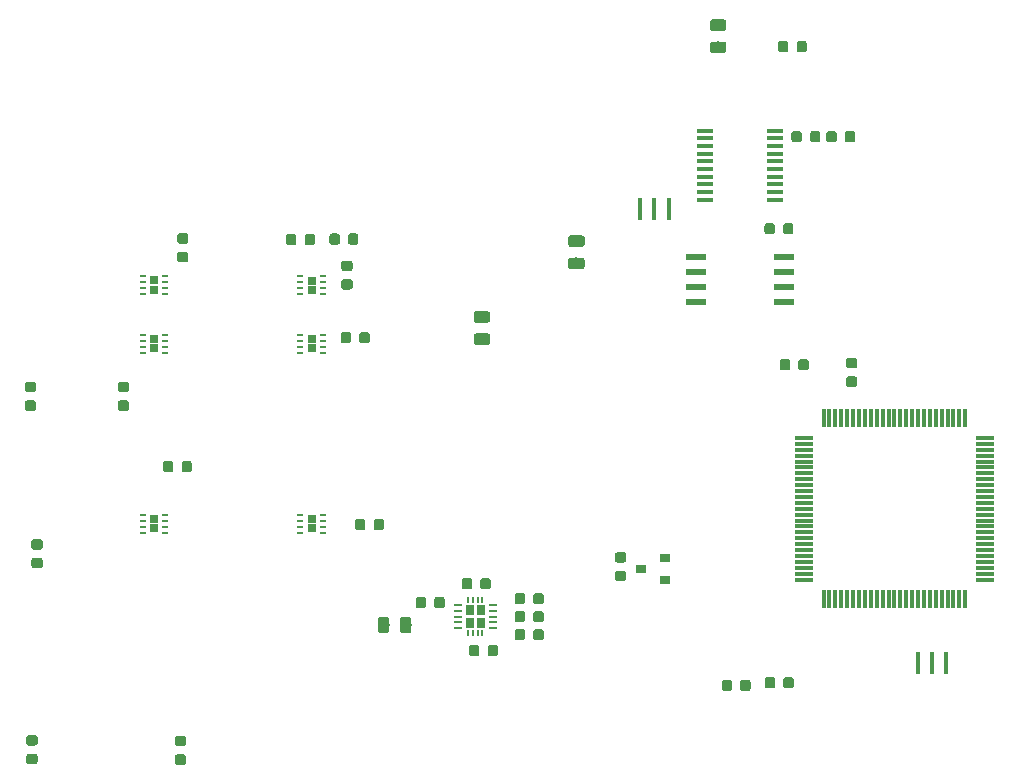
<source format=gbr>
G04 #@! TF.GenerationSoftware,KiCad,Pcbnew,(5.0.2)-1*
G04 #@! TF.CreationDate,2019-02-02T15:46:13-06:00*
G04 #@! TF.ProjectId,Motor test module,4d6f746f-7220-4746-9573-74206d6f6475,rev?*
G04 #@! TF.SameCoordinates,Original*
G04 #@! TF.FileFunction,Paste,Top*
G04 #@! TF.FilePolarity,Positive*
%FSLAX46Y46*%
G04 Gerber Fmt 4.6, Leading zero omitted, Abs format (unit mm)*
G04 Created by KiCad (PCBNEW (5.0.2)-1) date 2/2/2019 3:46:13 PM*
%MOMM*%
%LPD*%
G01*
G04 APERTURE LIST*
%ADD10R,1.500000X0.300000*%
%ADD11R,0.300000X1.500000*%
%ADD12R,0.750000X0.650000*%
%ADD13R,0.500000X0.250000*%
%ADD14C,0.100000*%
%ADD15C,0.875000*%
%ADD16R,0.150000X0.600000*%
%ADD17O,0.800000X0.230000*%
%ADD18R,0.230000X0.230000*%
%ADD19R,0.650000X0.900000*%
%ADD20R,0.230000X0.600000*%
%ADD21R,1.450000X0.450000*%
%ADD22R,1.750000X0.550000*%
%ADD23R,0.400000X1.900000*%
%ADD24R,0.900000X0.800000*%
%ADD25C,0.975000*%
G04 APERTURE END LIST*
D10*
G04 #@! TO.C,U8*
X160117000Y-99918000D03*
X160117000Y-100418000D03*
X160117000Y-100918000D03*
X160117000Y-101418000D03*
X160117000Y-101918000D03*
X160117000Y-102418000D03*
X160117000Y-102918000D03*
X160117000Y-103418000D03*
X160117000Y-103918000D03*
X160117000Y-104418000D03*
X160117000Y-104918000D03*
X160117000Y-105418000D03*
X160117000Y-105918000D03*
X160117000Y-106418000D03*
X160117000Y-106918000D03*
X160117000Y-107418000D03*
X160117000Y-107918000D03*
X160117000Y-108418000D03*
X160117000Y-108918000D03*
X160117000Y-109418000D03*
X160117000Y-109918000D03*
X160117000Y-110418000D03*
X160117000Y-110918000D03*
X160117000Y-111418000D03*
X160117000Y-111918000D03*
D11*
X161767000Y-113568000D03*
X162267000Y-113568000D03*
X162767000Y-113568000D03*
X163267000Y-113568000D03*
X163767000Y-113568000D03*
X164267000Y-113568000D03*
X164767000Y-113568000D03*
X165267000Y-113568000D03*
X165767000Y-113568000D03*
X166267000Y-113568000D03*
X166767000Y-113568000D03*
X167267000Y-113568000D03*
X167767000Y-113568000D03*
X168267000Y-113568000D03*
X168767000Y-113568000D03*
X169267000Y-113568000D03*
X169767000Y-113568000D03*
X170267000Y-113568000D03*
X170767000Y-113568000D03*
X171267000Y-113568000D03*
X171767000Y-113568000D03*
X172267000Y-113568000D03*
X172767000Y-113568000D03*
X173267000Y-113568000D03*
X173767000Y-113568000D03*
D10*
X175417000Y-111918000D03*
X175417000Y-111418000D03*
X175417000Y-110918000D03*
X175417000Y-110418000D03*
X175417000Y-109918000D03*
X175417000Y-109418000D03*
X175417000Y-108918000D03*
X175417000Y-108418000D03*
X175417000Y-107918000D03*
X175417000Y-107418000D03*
X175417000Y-106918000D03*
X175417000Y-106418000D03*
X175417000Y-105918000D03*
X175417000Y-105418000D03*
X175417000Y-104918000D03*
X175417000Y-104418000D03*
X175417000Y-103918000D03*
X175417000Y-103418000D03*
X175417000Y-102918000D03*
X175417000Y-102418000D03*
X175417000Y-101918000D03*
X175417000Y-101418000D03*
X175417000Y-100918000D03*
X175417000Y-100418000D03*
X175417000Y-99918000D03*
D11*
X173767000Y-98268000D03*
X173267000Y-98268000D03*
X172767000Y-98268000D03*
X172267000Y-98268000D03*
X171767000Y-98268000D03*
X171267000Y-98268000D03*
X170767000Y-98268000D03*
X170267000Y-98268000D03*
X169767000Y-98268000D03*
X169267000Y-98268000D03*
X168767000Y-98268000D03*
X168267000Y-98268000D03*
X167767000Y-98268000D03*
X167267000Y-98268000D03*
X166767000Y-98268000D03*
X166267000Y-98268000D03*
X165767000Y-98268000D03*
X165267000Y-98268000D03*
X164767000Y-98268000D03*
X164267000Y-98268000D03*
X163767000Y-98268000D03*
X163267000Y-98268000D03*
X162767000Y-98268000D03*
X162267000Y-98268000D03*
X161767000Y-98268000D03*
G04 #@! TD*
D12*
G04 #@! TO.C,U7*
X118427500Y-91548000D03*
X118427500Y-92348000D03*
D13*
X119377500Y-92198000D03*
X119377500Y-92698000D03*
X117477500Y-92698000D03*
X117477500Y-91698000D03*
X117477500Y-91198000D03*
X119377500Y-91198000D03*
X119377500Y-91698000D03*
X117477500Y-92198000D03*
G04 #@! TD*
G04 #@! TO.C,U6*
X117477500Y-87245000D03*
X119377500Y-86745000D03*
X119377500Y-86245000D03*
X117477500Y-86245000D03*
X117477500Y-86745000D03*
X117477500Y-87745000D03*
X119377500Y-87745000D03*
X119377500Y-87245000D03*
D12*
X118427500Y-87395000D03*
X118427500Y-86595000D03*
G04 #@! TD*
G04 #@! TO.C,U5*
X105092500Y-106788000D03*
X105092500Y-107588000D03*
D13*
X106042500Y-107438000D03*
X106042500Y-107938000D03*
X104142500Y-107938000D03*
X104142500Y-106938000D03*
X104142500Y-106438000D03*
X106042500Y-106438000D03*
X106042500Y-106938000D03*
X104142500Y-107438000D03*
G04 #@! TD*
G04 #@! TO.C,U4*
X117477500Y-107438000D03*
X119377500Y-106938000D03*
X119377500Y-106438000D03*
X117477500Y-106438000D03*
X117477500Y-106938000D03*
X117477500Y-107938000D03*
X119377500Y-107938000D03*
X119377500Y-107438000D03*
D12*
X118427500Y-107588000D03*
X118427500Y-106788000D03*
G04 #@! TD*
G04 #@! TO.C,U2*
X105092500Y-91548000D03*
X105092500Y-92348000D03*
D13*
X106042500Y-92198000D03*
X106042500Y-92698000D03*
X104142500Y-92698000D03*
X104142500Y-91698000D03*
X104142500Y-91198000D03*
X106042500Y-91198000D03*
X106042500Y-91698000D03*
X104142500Y-92198000D03*
G04 #@! TD*
D12*
G04 #@! TO.C,U3*
X105092500Y-86576000D03*
X105092500Y-87376000D03*
D13*
X106042500Y-87226000D03*
X106042500Y-87726000D03*
X104142500Y-87726000D03*
X104142500Y-86726000D03*
X104142500Y-86226000D03*
X106042500Y-86226000D03*
X106042500Y-86726000D03*
X104142500Y-87226000D03*
G04 #@! TD*
D14*
G04 #@! TO.C,C3*
G36*
X132421691Y-117445553D02*
X132442926Y-117448703D01*
X132463750Y-117453919D01*
X132483962Y-117461151D01*
X132503368Y-117470330D01*
X132521781Y-117481366D01*
X132539024Y-117494154D01*
X132554930Y-117508570D01*
X132569346Y-117524476D01*
X132582134Y-117541719D01*
X132593170Y-117560132D01*
X132602349Y-117579538D01*
X132609581Y-117599750D01*
X132614797Y-117620574D01*
X132617947Y-117641809D01*
X132619000Y-117663250D01*
X132619000Y-118175750D01*
X132617947Y-118197191D01*
X132614797Y-118218426D01*
X132609581Y-118239250D01*
X132602349Y-118259462D01*
X132593170Y-118278868D01*
X132582134Y-118297281D01*
X132569346Y-118314524D01*
X132554930Y-118330430D01*
X132539024Y-118344846D01*
X132521781Y-118357634D01*
X132503368Y-118368670D01*
X132483962Y-118377849D01*
X132463750Y-118385081D01*
X132442926Y-118390297D01*
X132421691Y-118393447D01*
X132400250Y-118394500D01*
X131962750Y-118394500D01*
X131941309Y-118393447D01*
X131920074Y-118390297D01*
X131899250Y-118385081D01*
X131879038Y-118377849D01*
X131859632Y-118368670D01*
X131841219Y-118357634D01*
X131823976Y-118344846D01*
X131808070Y-118330430D01*
X131793654Y-118314524D01*
X131780866Y-118297281D01*
X131769830Y-118278868D01*
X131760651Y-118259462D01*
X131753419Y-118239250D01*
X131748203Y-118218426D01*
X131745053Y-118197191D01*
X131744000Y-118175750D01*
X131744000Y-117663250D01*
X131745053Y-117641809D01*
X131748203Y-117620574D01*
X131753419Y-117599750D01*
X131760651Y-117579538D01*
X131769830Y-117560132D01*
X131780866Y-117541719D01*
X131793654Y-117524476D01*
X131808070Y-117508570D01*
X131823976Y-117494154D01*
X131841219Y-117481366D01*
X131859632Y-117470330D01*
X131879038Y-117461151D01*
X131899250Y-117453919D01*
X131920074Y-117448703D01*
X131941309Y-117445553D01*
X131962750Y-117444500D01*
X132400250Y-117444500D01*
X132421691Y-117445553D01*
X132421691Y-117445553D01*
G37*
D15*
X132181500Y-117919500D03*
D14*
G36*
X133996691Y-117445553D02*
X134017926Y-117448703D01*
X134038750Y-117453919D01*
X134058962Y-117461151D01*
X134078368Y-117470330D01*
X134096781Y-117481366D01*
X134114024Y-117494154D01*
X134129930Y-117508570D01*
X134144346Y-117524476D01*
X134157134Y-117541719D01*
X134168170Y-117560132D01*
X134177349Y-117579538D01*
X134184581Y-117599750D01*
X134189797Y-117620574D01*
X134192947Y-117641809D01*
X134194000Y-117663250D01*
X134194000Y-118175750D01*
X134192947Y-118197191D01*
X134189797Y-118218426D01*
X134184581Y-118239250D01*
X134177349Y-118259462D01*
X134168170Y-118278868D01*
X134157134Y-118297281D01*
X134144346Y-118314524D01*
X134129930Y-118330430D01*
X134114024Y-118344846D01*
X134096781Y-118357634D01*
X134078368Y-118368670D01*
X134058962Y-118377849D01*
X134038750Y-118385081D01*
X134017926Y-118390297D01*
X133996691Y-118393447D01*
X133975250Y-118394500D01*
X133537750Y-118394500D01*
X133516309Y-118393447D01*
X133495074Y-118390297D01*
X133474250Y-118385081D01*
X133454038Y-118377849D01*
X133434632Y-118368670D01*
X133416219Y-118357634D01*
X133398976Y-118344846D01*
X133383070Y-118330430D01*
X133368654Y-118314524D01*
X133355866Y-118297281D01*
X133344830Y-118278868D01*
X133335651Y-118259462D01*
X133328419Y-118239250D01*
X133323203Y-118218426D01*
X133320053Y-118197191D01*
X133319000Y-118175750D01*
X133319000Y-117663250D01*
X133320053Y-117641809D01*
X133323203Y-117620574D01*
X133328419Y-117599750D01*
X133335651Y-117579538D01*
X133344830Y-117560132D01*
X133355866Y-117541719D01*
X133368654Y-117524476D01*
X133383070Y-117508570D01*
X133398976Y-117494154D01*
X133416219Y-117481366D01*
X133434632Y-117470330D01*
X133454038Y-117461151D01*
X133474250Y-117453919D01*
X133495074Y-117448703D01*
X133516309Y-117445553D01*
X133537750Y-117444500D01*
X133975250Y-117444500D01*
X133996691Y-117445553D01*
X133996691Y-117445553D01*
G37*
D15*
X133756500Y-117919500D03*
G04 #@! TD*
D14*
G04 #@! TO.C,C4*
G36*
X136295191Y-116112053D02*
X136316426Y-116115203D01*
X136337250Y-116120419D01*
X136357462Y-116127651D01*
X136376868Y-116136830D01*
X136395281Y-116147866D01*
X136412524Y-116160654D01*
X136428430Y-116175070D01*
X136442846Y-116190976D01*
X136455634Y-116208219D01*
X136466670Y-116226632D01*
X136475849Y-116246038D01*
X136483081Y-116266250D01*
X136488297Y-116287074D01*
X136491447Y-116308309D01*
X136492500Y-116329750D01*
X136492500Y-116842250D01*
X136491447Y-116863691D01*
X136488297Y-116884926D01*
X136483081Y-116905750D01*
X136475849Y-116925962D01*
X136466670Y-116945368D01*
X136455634Y-116963781D01*
X136442846Y-116981024D01*
X136428430Y-116996930D01*
X136412524Y-117011346D01*
X136395281Y-117024134D01*
X136376868Y-117035170D01*
X136357462Y-117044349D01*
X136337250Y-117051581D01*
X136316426Y-117056797D01*
X136295191Y-117059947D01*
X136273750Y-117061000D01*
X135836250Y-117061000D01*
X135814809Y-117059947D01*
X135793574Y-117056797D01*
X135772750Y-117051581D01*
X135752538Y-117044349D01*
X135733132Y-117035170D01*
X135714719Y-117024134D01*
X135697476Y-117011346D01*
X135681570Y-116996930D01*
X135667154Y-116981024D01*
X135654366Y-116963781D01*
X135643330Y-116945368D01*
X135634151Y-116925962D01*
X135626919Y-116905750D01*
X135621703Y-116884926D01*
X135618553Y-116863691D01*
X135617500Y-116842250D01*
X135617500Y-116329750D01*
X135618553Y-116308309D01*
X135621703Y-116287074D01*
X135626919Y-116266250D01*
X135634151Y-116246038D01*
X135643330Y-116226632D01*
X135654366Y-116208219D01*
X135667154Y-116190976D01*
X135681570Y-116175070D01*
X135697476Y-116160654D01*
X135714719Y-116147866D01*
X135733132Y-116136830D01*
X135752538Y-116127651D01*
X135772750Y-116120419D01*
X135793574Y-116115203D01*
X135814809Y-116112053D01*
X135836250Y-116111000D01*
X136273750Y-116111000D01*
X136295191Y-116112053D01*
X136295191Y-116112053D01*
G37*
D15*
X136055000Y-116586000D03*
D14*
G36*
X137870191Y-116112053D02*
X137891426Y-116115203D01*
X137912250Y-116120419D01*
X137932462Y-116127651D01*
X137951868Y-116136830D01*
X137970281Y-116147866D01*
X137987524Y-116160654D01*
X138003430Y-116175070D01*
X138017846Y-116190976D01*
X138030634Y-116208219D01*
X138041670Y-116226632D01*
X138050849Y-116246038D01*
X138058081Y-116266250D01*
X138063297Y-116287074D01*
X138066447Y-116308309D01*
X138067500Y-116329750D01*
X138067500Y-116842250D01*
X138066447Y-116863691D01*
X138063297Y-116884926D01*
X138058081Y-116905750D01*
X138050849Y-116925962D01*
X138041670Y-116945368D01*
X138030634Y-116963781D01*
X138017846Y-116981024D01*
X138003430Y-116996930D01*
X137987524Y-117011346D01*
X137970281Y-117024134D01*
X137951868Y-117035170D01*
X137932462Y-117044349D01*
X137912250Y-117051581D01*
X137891426Y-117056797D01*
X137870191Y-117059947D01*
X137848750Y-117061000D01*
X137411250Y-117061000D01*
X137389809Y-117059947D01*
X137368574Y-117056797D01*
X137347750Y-117051581D01*
X137327538Y-117044349D01*
X137308132Y-117035170D01*
X137289719Y-117024134D01*
X137272476Y-117011346D01*
X137256570Y-116996930D01*
X137242154Y-116981024D01*
X137229366Y-116963781D01*
X137218330Y-116945368D01*
X137209151Y-116925962D01*
X137201919Y-116905750D01*
X137196703Y-116884926D01*
X137193553Y-116863691D01*
X137192500Y-116842250D01*
X137192500Y-116329750D01*
X137193553Y-116308309D01*
X137196703Y-116287074D01*
X137201919Y-116266250D01*
X137209151Y-116246038D01*
X137218330Y-116226632D01*
X137229366Y-116208219D01*
X137242154Y-116190976D01*
X137256570Y-116175070D01*
X137272476Y-116160654D01*
X137289719Y-116147866D01*
X137308132Y-116136830D01*
X137327538Y-116127651D01*
X137347750Y-116120419D01*
X137368574Y-116115203D01*
X137389809Y-116112053D01*
X137411250Y-116111000D01*
X137848750Y-116111000D01*
X137870191Y-116112053D01*
X137870191Y-116112053D01*
G37*
D15*
X137630000Y-116586000D03*
G04 #@! TD*
D14*
G04 #@! TO.C,C14*
G36*
X162673191Y-73948053D02*
X162694426Y-73951203D01*
X162715250Y-73956419D01*
X162735462Y-73963651D01*
X162754868Y-73972830D01*
X162773281Y-73983866D01*
X162790524Y-73996654D01*
X162806430Y-74011070D01*
X162820846Y-74026976D01*
X162833634Y-74044219D01*
X162844670Y-74062632D01*
X162853849Y-74082038D01*
X162861081Y-74102250D01*
X162866297Y-74123074D01*
X162869447Y-74144309D01*
X162870500Y-74165750D01*
X162870500Y-74678250D01*
X162869447Y-74699691D01*
X162866297Y-74720926D01*
X162861081Y-74741750D01*
X162853849Y-74761962D01*
X162844670Y-74781368D01*
X162833634Y-74799781D01*
X162820846Y-74817024D01*
X162806430Y-74832930D01*
X162790524Y-74847346D01*
X162773281Y-74860134D01*
X162754868Y-74871170D01*
X162735462Y-74880349D01*
X162715250Y-74887581D01*
X162694426Y-74892797D01*
X162673191Y-74895947D01*
X162651750Y-74897000D01*
X162214250Y-74897000D01*
X162192809Y-74895947D01*
X162171574Y-74892797D01*
X162150750Y-74887581D01*
X162130538Y-74880349D01*
X162111132Y-74871170D01*
X162092719Y-74860134D01*
X162075476Y-74847346D01*
X162059570Y-74832930D01*
X162045154Y-74817024D01*
X162032366Y-74799781D01*
X162021330Y-74781368D01*
X162012151Y-74761962D01*
X162004919Y-74741750D01*
X161999703Y-74720926D01*
X161996553Y-74699691D01*
X161995500Y-74678250D01*
X161995500Y-74165750D01*
X161996553Y-74144309D01*
X161999703Y-74123074D01*
X162004919Y-74102250D01*
X162012151Y-74082038D01*
X162021330Y-74062632D01*
X162032366Y-74044219D01*
X162045154Y-74026976D01*
X162059570Y-74011070D01*
X162075476Y-73996654D01*
X162092719Y-73983866D01*
X162111132Y-73972830D01*
X162130538Y-73963651D01*
X162150750Y-73956419D01*
X162171574Y-73951203D01*
X162192809Y-73948053D01*
X162214250Y-73947000D01*
X162651750Y-73947000D01*
X162673191Y-73948053D01*
X162673191Y-73948053D01*
G37*
D15*
X162433000Y-74422000D03*
D14*
G36*
X164248191Y-73948053D02*
X164269426Y-73951203D01*
X164290250Y-73956419D01*
X164310462Y-73963651D01*
X164329868Y-73972830D01*
X164348281Y-73983866D01*
X164365524Y-73996654D01*
X164381430Y-74011070D01*
X164395846Y-74026976D01*
X164408634Y-74044219D01*
X164419670Y-74062632D01*
X164428849Y-74082038D01*
X164436081Y-74102250D01*
X164441297Y-74123074D01*
X164444447Y-74144309D01*
X164445500Y-74165750D01*
X164445500Y-74678250D01*
X164444447Y-74699691D01*
X164441297Y-74720926D01*
X164436081Y-74741750D01*
X164428849Y-74761962D01*
X164419670Y-74781368D01*
X164408634Y-74799781D01*
X164395846Y-74817024D01*
X164381430Y-74832930D01*
X164365524Y-74847346D01*
X164348281Y-74860134D01*
X164329868Y-74871170D01*
X164310462Y-74880349D01*
X164290250Y-74887581D01*
X164269426Y-74892797D01*
X164248191Y-74895947D01*
X164226750Y-74897000D01*
X163789250Y-74897000D01*
X163767809Y-74895947D01*
X163746574Y-74892797D01*
X163725750Y-74887581D01*
X163705538Y-74880349D01*
X163686132Y-74871170D01*
X163667719Y-74860134D01*
X163650476Y-74847346D01*
X163634570Y-74832930D01*
X163620154Y-74817024D01*
X163607366Y-74799781D01*
X163596330Y-74781368D01*
X163587151Y-74761962D01*
X163579919Y-74741750D01*
X163574703Y-74720926D01*
X163571553Y-74699691D01*
X163570500Y-74678250D01*
X163570500Y-74165750D01*
X163571553Y-74144309D01*
X163574703Y-74123074D01*
X163579919Y-74102250D01*
X163587151Y-74082038D01*
X163596330Y-74062632D01*
X163607366Y-74044219D01*
X163620154Y-74026976D01*
X163634570Y-74011070D01*
X163650476Y-73996654D01*
X163667719Y-73983866D01*
X163686132Y-73972830D01*
X163705538Y-73963651D01*
X163725750Y-73956419D01*
X163746574Y-73951203D01*
X163767809Y-73948053D01*
X163789250Y-73947000D01*
X164226750Y-73947000D01*
X164248191Y-73948053D01*
X164248191Y-73948053D01*
G37*
D15*
X164008000Y-74422000D03*
G04 #@! TD*
D16*
G04 #@! TO.C,U1*
X131685000Y-116471000D03*
X132885000Y-116471000D03*
X131685000Y-113621000D03*
X132885000Y-113621000D03*
D17*
X130810000Y-114046000D03*
X130810000Y-114546000D03*
D18*
X130525000Y-115046000D03*
D17*
X130810000Y-115546000D03*
D18*
X130525000Y-116046000D03*
D17*
X133760000Y-116046000D03*
X133760000Y-115546000D03*
D18*
X134045000Y-115046000D03*
X134045000Y-114546000D03*
X134045000Y-114046000D03*
D16*
X132085000Y-113621000D03*
X132485000Y-113621000D03*
X132085000Y-116471000D03*
X132485000Y-116471000D03*
D18*
X130525000Y-114046000D03*
X130525000Y-114546000D03*
D17*
X130810000Y-115046000D03*
D18*
X130525000Y-115546000D03*
D17*
X130810000Y-116046000D03*
D18*
X134045000Y-116046000D03*
X134045000Y-115546000D03*
D17*
X133760000Y-115046000D03*
X133760000Y-114546000D03*
X133760000Y-114046000D03*
D19*
X131850000Y-114486000D03*
X132720000Y-115606000D03*
X131850000Y-115606000D03*
X132720000Y-114486000D03*
D20*
X131685000Y-113621000D03*
X132085000Y-113621000D03*
X132485000Y-113621000D03*
X132885000Y-113621000D03*
X131685000Y-116471000D03*
X132085000Y-116471000D03*
X132485000Y-116471000D03*
X132885000Y-116471000D03*
G04 #@! TD*
D21*
G04 #@! TO.C,U9*
X151736000Y-73910000D03*
X151736000Y-74560000D03*
X151736000Y-75210000D03*
X151736000Y-75860000D03*
X151736000Y-76510000D03*
X151736000Y-77160000D03*
X151736000Y-77810000D03*
X151736000Y-78460000D03*
X151736000Y-79110000D03*
X151736000Y-79760000D03*
X157636000Y-79760000D03*
X157636000Y-79110000D03*
X157636000Y-78460000D03*
X157636000Y-77810000D03*
X157636000Y-77160000D03*
X157636000Y-76510000D03*
X157636000Y-75860000D03*
X157636000Y-75210000D03*
X157636000Y-74560000D03*
X157636000Y-73910000D03*
G04 #@! TD*
D14*
G04 #@! TO.C,C16*
G36*
X118502591Y-82660253D02*
X118523826Y-82663403D01*
X118544650Y-82668619D01*
X118564862Y-82675851D01*
X118584268Y-82685030D01*
X118602681Y-82696066D01*
X118619924Y-82708854D01*
X118635830Y-82723270D01*
X118650246Y-82739176D01*
X118663034Y-82756419D01*
X118674070Y-82774832D01*
X118683249Y-82794238D01*
X118690481Y-82814450D01*
X118695697Y-82835274D01*
X118698847Y-82856509D01*
X118699900Y-82877950D01*
X118699900Y-83390450D01*
X118698847Y-83411891D01*
X118695697Y-83433126D01*
X118690481Y-83453950D01*
X118683249Y-83474162D01*
X118674070Y-83493568D01*
X118663034Y-83511981D01*
X118650246Y-83529224D01*
X118635830Y-83545130D01*
X118619924Y-83559546D01*
X118602681Y-83572334D01*
X118584268Y-83583370D01*
X118564862Y-83592549D01*
X118544650Y-83599781D01*
X118523826Y-83604997D01*
X118502591Y-83608147D01*
X118481150Y-83609200D01*
X118043650Y-83609200D01*
X118022209Y-83608147D01*
X118000974Y-83604997D01*
X117980150Y-83599781D01*
X117959938Y-83592549D01*
X117940532Y-83583370D01*
X117922119Y-83572334D01*
X117904876Y-83559546D01*
X117888970Y-83545130D01*
X117874554Y-83529224D01*
X117861766Y-83511981D01*
X117850730Y-83493568D01*
X117841551Y-83474162D01*
X117834319Y-83453950D01*
X117829103Y-83433126D01*
X117825953Y-83411891D01*
X117824900Y-83390450D01*
X117824900Y-82877950D01*
X117825953Y-82856509D01*
X117829103Y-82835274D01*
X117834319Y-82814450D01*
X117841551Y-82794238D01*
X117850730Y-82774832D01*
X117861766Y-82756419D01*
X117874554Y-82739176D01*
X117888970Y-82723270D01*
X117904876Y-82708854D01*
X117922119Y-82696066D01*
X117940532Y-82685030D01*
X117959938Y-82675851D01*
X117980150Y-82668619D01*
X118000974Y-82663403D01*
X118022209Y-82660253D01*
X118043650Y-82659200D01*
X118481150Y-82659200D01*
X118502591Y-82660253D01*
X118502591Y-82660253D01*
G37*
D15*
X118262400Y-83134200D03*
D14*
G36*
X116927591Y-82660253D02*
X116948826Y-82663403D01*
X116969650Y-82668619D01*
X116989862Y-82675851D01*
X117009268Y-82685030D01*
X117027681Y-82696066D01*
X117044924Y-82708854D01*
X117060830Y-82723270D01*
X117075246Y-82739176D01*
X117088034Y-82756419D01*
X117099070Y-82774832D01*
X117108249Y-82794238D01*
X117115481Y-82814450D01*
X117120697Y-82835274D01*
X117123847Y-82856509D01*
X117124900Y-82877950D01*
X117124900Y-83390450D01*
X117123847Y-83411891D01*
X117120697Y-83433126D01*
X117115481Y-83453950D01*
X117108249Y-83474162D01*
X117099070Y-83493568D01*
X117088034Y-83511981D01*
X117075246Y-83529224D01*
X117060830Y-83545130D01*
X117044924Y-83559546D01*
X117027681Y-83572334D01*
X117009268Y-83583370D01*
X116989862Y-83592549D01*
X116969650Y-83599781D01*
X116948826Y-83604997D01*
X116927591Y-83608147D01*
X116906150Y-83609200D01*
X116468650Y-83609200D01*
X116447209Y-83608147D01*
X116425974Y-83604997D01*
X116405150Y-83599781D01*
X116384938Y-83592549D01*
X116365532Y-83583370D01*
X116347119Y-83572334D01*
X116329876Y-83559546D01*
X116313970Y-83545130D01*
X116299554Y-83529224D01*
X116286766Y-83511981D01*
X116275730Y-83493568D01*
X116266551Y-83474162D01*
X116259319Y-83453950D01*
X116254103Y-83433126D01*
X116250953Y-83411891D01*
X116249900Y-83390450D01*
X116249900Y-82877950D01*
X116250953Y-82856509D01*
X116254103Y-82835274D01*
X116259319Y-82814450D01*
X116266551Y-82794238D01*
X116275730Y-82774832D01*
X116286766Y-82756419D01*
X116299554Y-82739176D01*
X116313970Y-82723270D01*
X116329876Y-82708854D01*
X116347119Y-82696066D01*
X116365532Y-82685030D01*
X116384938Y-82675851D01*
X116405150Y-82668619D01*
X116425974Y-82663403D01*
X116447209Y-82660253D01*
X116468650Y-82659200D01*
X116906150Y-82659200D01*
X116927591Y-82660253D01*
X116927591Y-82660253D01*
G37*
D15*
X116687400Y-83134200D03*
G04 #@! TD*
D14*
G04 #@! TO.C,C17*
G36*
X120610691Y-82609453D02*
X120631926Y-82612603D01*
X120652750Y-82617819D01*
X120672962Y-82625051D01*
X120692368Y-82634230D01*
X120710781Y-82645266D01*
X120728024Y-82658054D01*
X120743930Y-82672470D01*
X120758346Y-82688376D01*
X120771134Y-82705619D01*
X120782170Y-82724032D01*
X120791349Y-82743438D01*
X120798581Y-82763650D01*
X120803797Y-82784474D01*
X120806947Y-82805709D01*
X120808000Y-82827150D01*
X120808000Y-83339650D01*
X120806947Y-83361091D01*
X120803797Y-83382326D01*
X120798581Y-83403150D01*
X120791349Y-83423362D01*
X120782170Y-83442768D01*
X120771134Y-83461181D01*
X120758346Y-83478424D01*
X120743930Y-83494330D01*
X120728024Y-83508746D01*
X120710781Y-83521534D01*
X120692368Y-83532570D01*
X120672962Y-83541749D01*
X120652750Y-83548981D01*
X120631926Y-83554197D01*
X120610691Y-83557347D01*
X120589250Y-83558400D01*
X120151750Y-83558400D01*
X120130309Y-83557347D01*
X120109074Y-83554197D01*
X120088250Y-83548981D01*
X120068038Y-83541749D01*
X120048632Y-83532570D01*
X120030219Y-83521534D01*
X120012976Y-83508746D01*
X119997070Y-83494330D01*
X119982654Y-83478424D01*
X119969866Y-83461181D01*
X119958830Y-83442768D01*
X119949651Y-83423362D01*
X119942419Y-83403150D01*
X119937203Y-83382326D01*
X119934053Y-83361091D01*
X119933000Y-83339650D01*
X119933000Y-82827150D01*
X119934053Y-82805709D01*
X119937203Y-82784474D01*
X119942419Y-82763650D01*
X119949651Y-82743438D01*
X119958830Y-82724032D01*
X119969866Y-82705619D01*
X119982654Y-82688376D01*
X119997070Y-82672470D01*
X120012976Y-82658054D01*
X120030219Y-82645266D01*
X120048632Y-82634230D01*
X120068038Y-82625051D01*
X120088250Y-82617819D01*
X120109074Y-82612603D01*
X120130309Y-82609453D01*
X120151750Y-82608400D01*
X120589250Y-82608400D01*
X120610691Y-82609453D01*
X120610691Y-82609453D01*
G37*
D15*
X120370500Y-83083400D03*
D14*
G36*
X122185691Y-82609453D02*
X122206926Y-82612603D01*
X122227750Y-82617819D01*
X122247962Y-82625051D01*
X122267368Y-82634230D01*
X122285781Y-82645266D01*
X122303024Y-82658054D01*
X122318930Y-82672470D01*
X122333346Y-82688376D01*
X122346134Y-82705619D01*
X122357170Y-82724032D01*
X122366349Y-82743438D01*
X122373581Y-82763650D01*
X122378797Y-82784474D01*
X122381947Y-82805709D01*
X122383000Y-82827150D01*
X122383000Y-83339650D01*
X122381947Y-83361091D01*
X122378797Y-83382326D01*
X122373581Y-83403150D01*
X122366349Y-83423362D01*
X122357170Y-83442768D01*
X122346134Y-83461181D01*
X122333346Y-83478424D01*
X122318930Y-83494330D01*
X122303024Y-83508746D01*
X122285781Y-83521534D01*
X122267368Y-83532570D01*
X122247962Y-83541749D01*
X122227750Y-83548981D01*
X122206926Y-83554197D01*
X122185691Y-83557347D01*
X122164250Y-83558400D01*
X121726750Y-83558400D01*
X121705309Y-83557347D01*
X121684074Y-83554197D01*
X121663250Y-83548981D01*
X121643038Y-83541749D01*
X121623632Y-83532570D01*
X121605219Y-83521534D01*
X121587976Y-83508746D01*
X121572070Y-83494330D01*
X121557654Y-83478424D01*
X121544866Y-83461181D01*
X121533830Y-83442768D01*
X121524651Y-83423362D01*
X121517419Y-83403150D01*
X121512203Y-83382326D01*
X121509053Y-83361091D01*
X121508000Y-83339650D01*
X121508000Y-82827150D01*
X121509053Y-82805709D01*
X121512203Y-82784474D01*
X121517419Y-82763650D01*
X121524651Y-82743438D01*
X121533830Y-82724032D01*
X121544866Y-82705619D01*
X121557654Y-82688376D01*
X121572070Y-82672470D01*
X121587976Y-82658054D01*
X121605219Y-82645266D01*
X121623632Y-82634230D01*
X121643038Y-82625051D01*
X121663250Y-82617819D01*
X121684074Y-82612603D01*
X121705309Y-82609453D01*
X121726750Y-82608400D01*
X122164250Y-82608400D01*
X122185691Y-82609453D01*
X122185691Y-82609453D01*
G37*
D15*
X121945500Y-83083400D03*
G04 #@! TD*
D14*
G04 #@! TO.C,C18*
G36*
X107783191Y-84171053D02*
X107804426Y-84174203D01*
X107825250Y-84179419D01*
X107845462Y-84186651D01*
X107864868Y-84195830D01*
X107883281Y-84206866D01*
X107900524Y-84219654D01*
X107916430Y-84234070D01*
X107930846Y-84249976D01*
X107943634Y-84267219D01*
X107954670Y-84285632D01*
X107963849Y-84305038D01*
X107971081Y-84325250D01*
X107976297Y-84346074D01*
X107979447Y-84367309D01*
X107980500Y-84388750D01*
X107980500Y-84826250D01*
X107979447Y-84847691D01*
X107976297Y-84868926D01*
X107971081Y-84889750D01*
X107963849Y-84909962D01*
X107954670Y-84929368D01*
X107943634Y-84947781D01*
X107930846Y-84965024D01*
X107916430Y-84980930D01*
X107900524Y-84995346D01*
X107883281Y-85008134D01*
X107864868Y-85019170D01*
X107845462Y-85028349D01*
X107825250Y-85035581D01*
X107804426Y-85040797D01*
X107783191Y-85043947D01*
X107761750Y-85045000D01*
X107249250Y-85045000D01*
X107227809Y-85043947D01*
X107206574Y-85040797D01*
X107185750Y-85035581D01*
X107165538Y-85028349D01*
X107146132Y-85019170D01*
X107127719Y-85008134D01*
X107110476Y-84995346D01*
X107094570Y-84980930D01*
X107080154Y-84965024D01*
X107067366Y-84947781D01*
X107056330Y-84929368D01*
X107047151Y-84909962D01*
X107039919Y-84889750D01*
X107034703Y-84868926D01*
X107031553Y-84847691D01*
X107030500Y-84826250D01*
X107030500Y-84388750D01*
X107031553Y-84367309D01*
X107034703Y-84346074D01*
X107039919Y-84325250D01*
X107047151Y-84305038D01*
X107056330Y-84285632D01*
X107067366Y-84267219D01*
X107080154Y-84249976D01*
X107094570Y-84234070D01*
X107110476Y-84219654D01*
X107127719Y-84206866D01*
X107146132Y-84195830D01*
X107165538Y-84186651D01*
X107185750Y-84179419D01*
X107206574Y-84174203D01*
X107227809Y-84171053D01*
X107249250Y-84170000D01*
X107761750Y-84170000D01*
X107783191Y-84171053D01*
X107783191Y-84171053D01*
G37*
D15*
X107505500Y-84607500D03*
D14*
G36*
X107783191Y-82596053D02*
X107804426Y-82599203D01*
X107825250Y-82604419D01*
X107845462Y-82611651D01*
X107864868Y-82620830D01*
X107883281Y-82631866D01*
X107900524Y-82644654D01*
X107916430Y-82659070D01*
X107930846Y-82674976D01*
X107943634Y-82692219D01*
X107954670Y-82710632D01*
X107963849Y-82730038D01*
X107971081Y-82750250D01*
X107976297Y-82771074D01*
X107979447Y-82792309D01*
X107980500Y-82813750D01*
X107980500Y-83251250D01*
X107979447Y-83272691D01*
X107976297Y-83293926D01*
X107971081Y-83314750D01*
X107963849Y-83334962D01*
X107954670Y-83354368D01*
X107943634Y-83372781D01*
X107930846Y-83390024D01*
X107916430Y-83405930D01*
X107900524Y-83420346D01*
X107883281Y-83433134D01*
X107864868Y-83444170D01*
X107845462Y-83453349D01*
X107825250Y-83460581D01*
X107804426Y-83465797D01*
X107783191Y-83468947D01*
X107761750Y-83470000D01*
X107249250Y-83470000D01*
X107227809Y-83468947D01*
X107206574Y-83465797D01*
X107185750Y-83460581D01*
X107165538Y-83453349D01*
X107146132Y-83444170D01*
X107127719Y-83433134D01*
X107110476Y-83420346D01*
X107094570Y-83405930D01*
X107080154Y-83390024D01*
X107067366Y-83372781D01*
X107056330Y-83354368D01*
X107047151Y-83334962D01*
X107039919Y-83314750D01*
X107034703Y-83293926D01*
X107031553Y-83272691D01*
X107030500Y-83251250D01*
X107030500Y-82813750D01*
X107031553Y-82792309D01*
X107034703Y-82771074D01*
X107039919Y-82750250D01*
X107047151Y-82730038D01*
X107056330Y-82710632D01*
X107067366Y-82692219D01*
X107080154Y-82674976D01*
X107094570Y-82659070D01*
X107110476Y-82644654D01*
X107127719Y-82631866D01*
X107146132Y-82620830D01*
X107165538Y-82611651D01*
X107185750Y-82604419D01*
X107206574Y-82599203D01*
X107227809Y-82596053D01*
X107249250Y-82595000D01*
X107761750Y-82595000D01*
X107783191Y-82596053D01*
X107783191Y-82596053D01*
G37*
D15*
X107505500Y-83032500D03*
G04 #@! TD*
D14*
G04 #@! TO.C,C19*
G36*
X123138191Y-90966053D02*
X123159426Y-90969203D01*
X123180250Y-90974419D01*
X123200462Y-90981651D01*
X123219868Y-90990830D01*
X123238281Y-91001866D01*
X123255524Y-91014654D01*
X123271430Y-91029070D01*
X123285846Y-91044976D01*
X123298634Y-91062219D01*
X123309670Y-91080632D01*
X123318849Y-91100038D01*
X123326081Y-91120250D01*
X123331297Y-91141074D01*
X123334447Y-91162309D01*
X123335500Y-91183750D01*
X123335500Y-91696250D01*
X123334447Y-91717691D01*
X123331297Y-91738926D01*
X123326081Y-91759750D01*
X123318849Y-91779962D01*
X123309670Y-91799368D01*
X123298634Y-91817781D01*
X123285846Y-91835024D01*
X123271430Y-91850930D01*
X123255524Y-91865346D01*
X123238281Y-91878134D01*
X123219868Y-91889170D01*
X123200462Y-91898349D01*
X123180250Y-91905581D01*
X123159426Y-91910797D01*
X123138191Y-91913947D01*
X123116750Y-91915000D01*
X122679250Y-91915000D01*
X122657809Y-91913947D01*
X122636574Y-91910797D01*
X122615750Y-91905581D01*
X122595538Y-91898349D01*
X122576132Y-91889170D01*
X122557719Y-91878134D01*
X122540476Y-91865346D01*
X122524570Y-91850930D01*
X122510154Y-91835024D01*
X122497366Y-91817781D01*
X122486330Y-91799368D01*
X122477151Y-91779962D01*
X122469919Y-91759750D01*
X122464703Y-91738926D01*
X122461553Y-91717691D01*
X122460500Y-91696250D01*
X122460500Y-91183750D01*
X122461553Y-91162309D01*
X122464703Y-91141074D01*
X122469919Y-91120250D01*
X122477151Y-91100038D01*
X122486330Y-91080632D01*
X122497366Y-91062219D01*
X122510154Y-91044976D01*
X122524570Y-91029070D01*
X122540476Y-91014654D01*
X122557719Y-91001866D01*
X122576132Y-90990830D01*
X122595538Y-90981651D01*
X122615750Y-90974419D01*
X122636574Y-90969203D01*
X122657809Y-90966053D01*
X122679250Y-90965000D01*
X123116750Y-90965000D01*
X123138191Y-90966053D01*
X123138191Y-90966053D01*
G37*
D15*
X122898000Y-91440000D03*
D14*
G36*
X121563191Y-90966053D02*
X121584426Y-90969203D01*
X121605250Y-90974419D01*
X121625462Y-90981651D01*
X121644868Y-90990830D01*
X121663281Y-91001866D01*
X121680524Y-91014654D01*
X121696430Y-91029070D01*
X121710846Y-91044976D01*
X121723634Y-91062219D01*
X121734670Y-91080632D01*
X121743849Y-91100038D01*
X121751081Y-91120250D01*
X121756297Y-91141074D01*
X121759447Y-91162309D01*
X121760500Y-91183750D01*
X121760500Y-91696250D01*
X121759447Y-91717691D01*
X121756297Y-91738926D01*
X121751081Y-91759750D01*
X121743849Y-91779962D01*
X121734670Y-91799368D01*
X121723634Y-91817781D01*
X121710846Y-91835024D01*
X121696430Y-91850930D01*
X121680524Y-91865346D01*
X121663281Y-91878134D01*
X121644868Y-91889170D01*
X121625462Y-91898349D01*
X121605250Y-91905581D01*
X121584426Y-91910797D01*
X121563191Y-91913947D01*
X121541750Y-91915000D01*
X121104250Y-91915000D01*
X121082809Y-91913947D01*
X121061574Y-91910797D01*
X121040750Y-91905581D01*
X121020538Y-91898349D01*
X121001132Y-91889170D01*
X120982719Y-91878134D01*
X120965476Y-91865346D01*
X120949570Y-91850930D01*
X120935154Y-91835024D01*
X120922366Y-91817781D01*
X120911330Y-91799368D01*
X120902151Y-91779962D01*
X120894919Y-91759750D01*
X120889703Y-91738926D01*
X120886553Y-91717691D01*
X120885500Y-91696250D01*
X120885500Y-91183750D01*
X120886553Y-91162309D01*
X120889703Y-91141074D01*
X120894919Y-91120250D01*
X120902151Y-91100038D01*
X120911330Y-91080632D01*
X120922366Y-91062219D01*
X120935154Y-91044976D01*
X120949570Y-91029070D01*
X120965476Y-91014654D01*
X120982719Y-91001866D01*
X121001132Y-90990830D01*
X121020538Y-90981651D01*
X121040750Y-90974419D01*
X121061574Y-90969203D01*
X121082809Y-90966053D01*
X121104250Y-90965000D01*
X121541750Y-90965000D01*
X121563191Y-90966053D01*
X121563191Y-90966053D01*
G37*
D15*
X121323000Y-91440000D03*
G04 #@! TD*
D14*
G04 #@! TO.C,C20*
G36*
X95019691Y-125090153D02*
X95040926Y-125093303D01*
X95061750Y-125098519D01*
X95081962Y-125105751D01*
X95101368Y-125114930D01*
X95119781Y-125125966D01*
X95137024Y-125138754D01*
X95152930Y-125153170D01*
X95167346Y-125169076D01*
X95180134Y-125186319D01*
X95191170Y-125204732D01*
X95200349Y-125224138D01*
X95207581Y-125244350D01*
X95212797Y-125265174D01*
X95215947Y-125286409D01*
X95217000Y-125307850D01*
X95217000Y-125745350D01*
X95215947Y-125766791D01*
X95212797Y-125788026D01*
X95207581Y-125808850D01*
X95200349Y-125829062D01*
X95191170Y-125848468D01*
X95180134Y-125866881D01*
X95167346Y-125884124D01*
X95152930Y-125900030D01*
X95137024Y-125914446D01*
X95119781Y-125927234D01*
X95101368Y-125938270D01*
X95081962Y-125947449D01*
X95061750Y-125954681D01*
X95040926Y-125959897D01*
X95019691Y-125963047D01*
X94998250Y-125964100D01*
X94485750Y-125964100D01*
X94464309Y-125963047D01*
X94443074Y-125959897D01*
X94422250Y-125954681D01*
X94402038Y-125947449D01*
X94382632Y-125938270D01*
X94364219Y-125927234D01*
X94346976Y-125914446D01*
X94331070Y-125900030D01*
X94316654Y-125884124D01*
X94303866Y-125866881D01*
X94292830Y-125848468D01*
X94283651Y-125829062D01*
X94276419Y-125808850D01*
X94271203Y-125788026D01*
X94268053Y-125766791D01*
X94267000Y-125745350D01*
X94267000Y-125307850D01*
X94268053Y-125286409D01*
X94271203Y-125265174D01*
X94276419Y-125244350D01*
X94283651Y-125224138D01*
X94292830Y-125204732D01*
X94303866Y-125186319D01*
X94316654Y-125169076D01*
X94331070Y-125153170D01*
X94346976Y-125138754D01*
X94364219Y-125125966D01*
X94382632Y-125114930D01*
X94402038Y-125105751D01*
X94422250Y-125098519D01*
X94443074Y-125093303D01*
X94464309Y-125090153D01*
X94485750Y-125089100D01*
X94998250Y-125089100D01*
X95019691Y-125090153D01*
X95019691Y-125090153D01*
G37*
D15*
X94742000Y-125526600D03*
D14*
G36*
X95019691Y-126665153D02*
X95040926Y-126668303D01*
X95061750Y-126673519D01*
X95081962Y-126680751D01*
X95101368Y-126689930D01*
X95119781Y-126700966D01*
X95137024Y-126713754D01*
X95152930Y-126728170D01*
X95167346Y-126744076D01*
X95180134Y-126761319D01*
X95191170Y-126779732D01*
X95200349Y-126799138D01*
X95207581Y-126819350D01*
X95212797Y-126840174D01*
X95215947Y-126861409D01*
X95217000Y-126882850D01*
X95217000Y-127320350D01*
X95215947Y-127341791D01*
X95212797Y-127363026D01*
X95207581Y-127383850D01*
X95200349Y-127404062D01*
X95191170Y-127423468D01*
X95180134Y-127441881D01*
X95167346Y-127459124D01*
X95152930Y-127475030D01*
X95137024Y-127489446D01*
X95119781Y-127502234D01*
X95101368Y-127513270D01*
X95081962Y-127522449D01*
X95061750Y-127529681D01*
X95040926Y-127534897D01*
X95019691Y-127538047D01*
X94998250Y-127539100D01*
X94485750Y-127539100D01*
X94464309Y-127538047D01*
X94443074Y-127534897D01*
X94422250Y-127529681D01*
X94402038Y-127522449D01*
X94382632Y-127513270D01*
X94364219Y-127502234D01*
X94346976Y-127489446D01*
X94331070Y-127475030D01*
X94316654Y-127459124D01*
X94303866Y-127441881D01*
X94292830Y-127423468D01*
X94283651Y-127404062D01*
X94276419Y-127383850D01*
X94271203Y-127363026D01*
X94268053Y-127341791D01*
X94267000Y-127320350D01*
X94267000Y-126882850D01*
X94268053Y-126861409D01*
X94271203Y-126840174D01*
X94276419Y-126819350D01*
X94283651Y-126799138D01*
X94292830Y-126779732D01*
X94303866Y-126761319D01*
X94316654Y-126744076D01*
X94331070Y-126728170D01*
X94346976Y-126713754D01*
X94364219Y-126700966D01*
X94382632Y-126689930D01*
X94402038Y-126680751D01*
X94422250Y-126673519D01*
X94443074Y-126668303D01*
X94464309Y-126665153D01*
X94485750Y-126664100D01*
X94998250Y-126664100D01*
X95019691Y-126665153D01*
X95019691Y-126665153D01*
G37*
D15*
X94742000Y-127101600D03*
G04 #@! TD*
D14*
G04 #@! TO.C,C21*
G36*
X153808592Y-120404653D02*
X153829827Y-120407803D01*
X153850651Y-120413019D01*
X153870863Y-120420251D01*
X153890269Y-120429430D01*
X153908682Y-120440466D01*
X153925925Y-120453254D01*
X153941831Y-120467670D01*
X153956247Y-120483576D01*
X153969035Y-120500819D01*
X153980071Y-120519232D01*
X153989250Y-120538638D01*
X153996482Y-120558850D01*
X154001698Y-120579674D01*
X154004848Y-120600909D01*
X154005901Y-120622350D01*
X154005901Y-121134850D01*
X154004848Y-121156291D01*
X154001698Y-121177526D01*
X153996482Y-121198350D01*
X153989250Y-121218562D01*
X153980071Y-121237968D01*
X153969035Y-121256381D01*
X153956247Y-121273624D01*
X153941831Y-121289530D01*
X153925925Y-121303946D01*
X153908682Y-121316734D01*
X153890269Y-121327770D01*
X153870863Y-121336949D01*
X153850651Y-121344181D01*
X153829827Y-121349397D01*
X153808592Y-121352547D01*
X153787151Y-121353600D01*
X153349651Y-121353600D01*
X153328210Y-121352547D01*
X153306975Y-121349397D01*
X153286151Y-121344181D01*
X153265939Y-121336949D01*
X153246533Y-121327770D01*
X153228120Y-121316734D01*
X153210877Y-121303946D01*
X153194971Y-121289530D01*
X153180555Y-121273624D01*
X153167767Y-121256381D01*
X153156731Y-121237968D01*
X153147552Y-121218562D01*
X153140320Y-121198350D01*
X153135104Y-121177526D01*
X153131954Y-121156291D01*
X153130901Y-121134850D01*
X153130901Y-120622350D01*
X153131954Y-120600909D01*
X153135104Y-120579674D01*
X153140320Y-120558850D01*
X153147552Y-120538638D01*
X153156731Y-120519232D01*
X153167767Y-120500819D01*
X153180555Y-120483576D01*
X153194971Y-120467670D01*
X153210877Y-120453254D01*
X153228120Y-120440466D01*
X153246533Y-120429430D01*
X153265939Y-120420251D01*
X153286151Y-120413019D01*
X153306975Y-120407803D01*
X153328210Y-120404653D01*
X153349651Y-120403600D01*
X153787151Y-120403600D01*
X153808592Y-120404653D01*
X153808592Y-120404653D01*
G37*
D15*
X153568401Y-120878600D03*
D14*
G36*
X155383592Y-120404653D02*
X155404827Y-120407803D01*
X155425651Y-120413019D01*
X155445863Y-120420251D01*
X155465269Y-120429430D01*
X155483682Y-120440466D01*
X155500925Y-120453254D01*
X155516831Y-120467670D01*
X155531247Y-120483576D01*
X155544035Y-120500819D01*
X155555071Y-120519232D01*
X155564250Y-120538638D01*
X155571482Y-120558850D01*
X155576698Y-120579674D01*
X155579848Y-120600909D01*
X155580901Y-120622350D01*
X155580901Y-121134850D01*
X155579848Y-121156291D01*
X155576698Y-121177526D01*
X155571482Y-121198350D01*
X155564250Y-121218562D01*
X155555071Y-121237968D01*
X155544035Y-121256381D01*
X155531247Y-121273624D01*
X155516831Y-121289530D01*
X155500925Y-121303946D01*
X155483682Y-121316734D01*
X155465269Y-121327770D01*
X155445863Y-121336949D01*
X155425651Y-121344181D01*
X155404827Y-121349397D01*
X155383592Y-121352547D01*
X155362151Y-121353600D01*
X154924651Y-121353600D01*
X154903210Y-121352547D01*
X154881975Y-121349397D01*
X154861151Y-121344181D01*
X154840939Y-121336949D01*
X154821533Y-121327770D01*
X154803120Y-121316734D01*
X154785877Y-121303946D01*
X154769971Y-121289530D01*
X154755555Y-121273624D01*
X154742767Y-121256381D01*
X154731731Y-121237968D01*
X154722552Y-121218562D01*
X154715320Y-121198350D01*
X154710104Y-121177526D01*
X154706954Y-121156291D01*
X154705901Y-121134850D01*
X154705901Y-120622350D01*
X154706954Y-120600909D01*
X154710104Y-120579674D01*
X154715320Y-120558850D01*
X154722552Y-120538638D01*
X154731731Y-120519232D01*
X154742767Y-120500819D01*
X154755555Y-120483576D01*
X154769971Y-120467670D01*
X154785877Y-120453254D01*
X154803120Y-120440466D01*
X154821533Y-120429430D01*
X154840939Y-120420251D01*
X154861151Y-120413019D01*
X154881975Y-120407803D01*
X154903210Y-120404653D01*
X154924651Y-120403600D01*
X155362151Y-120403600D01*
X155383592Y-120404653D01*
X155383592Y-120404653D01*
G37*
D15*
X155143401Y-120878600D03*
G04 #@! TD*
D14*
G04 #@! TO.C,C22*
G36*
X102766691Y-96744053D02*
X102787926Y-96747203D01*
X102808750Y-96752419D01*
X102828962Y-96759651D01*
X102848368Y-96768830D01*
X102866781Y-96779866D01*
X102884024Y-96792654D01*
X102899930Y-96807070D01*
X102914346Y-96822976D01*
X102927134Y-96840219D01*
X102938170Y-96858632D01*
X102947349Y-96878038D01*
X102954581Y-96898250D01*
X102959797Y-96919074D01*
X102962947Y-96940309D01*
X102964000Y-96961750D01*
X102964000Y-97399250D01*
X102962947Y-97420691D01*
X102959797Y-97441926D01*
X102954581Y-97462750D01*
X102947349Y-97482962D01*
X102938170Y-97502368D01*
X102927134Y-97520781D01*
X102914346Y-97538024D01*
X102899930Y-97553930D01*
X102884024Y-97568346D01*
X102866781Y-97581134D01*
X102848368Y-97592170D01*
X102828962Y-97601349D01*
X102808750Y-97608581D01*
X102787926Y-97613797D01*
X102766691Y-97616947D01*
X102745250Y-97618000D01*
X102232750Y-97618000D01*
X102211309Y-97616947D01*
X102190074Y-97613797D01*
X102169250Y-97608581D01*
X102149038Y-97601349D01*
X102129632Y-97592170D01*
X102111219Y-97581134D01*
X102093976Y-97568346D01*
X102078070Y-97553930D01*
X102063654Y-97538024D01*
X102050866Y-97520781D01*
X102039830Y-97502368D01*
X102030651Y-97482962D01*
X102023419Y-97462750D01*
X102018203Y-97441926D01*
X102015053Y-97420691D01*
X102014000Y-97399250D01*
X102014000Y-96961750D01*
X102015053Y-96940309D01*
X102018203Y-96919074D01*
X102023419Y-96898250D01*
X102030651Y-96878038D01*
X102039830Y-96858632D01*
X102050866Y-96840219D01*
X102063654Y-96822976D01*
X102078070Y-96807070D01*
X102093976Y-96792654D01*
X102111219Y-96779866D01*
X102129632Y-96768830D01*
X102149038Y-96759651D01*
X102169250Y-96752419D01*
X102190074Y-96747203D01*
X102211309Y-96744053D01*
X102232750Y-96743000D01*
X102745250Y-96743000D01*
X102766691Y-96744053D01*
X102766691Y-96744053D01*
G37*
D15*
X102489000Y-97180500D03*
D14*
G36*
X102766691Y-95169053D02*
X102787926Y-95172203D01*
X102808750Y-95177419D01*
X102828962Y-95184651D01*
X102848368Y-95193830D01*
X102866781Y-95204866D01*
X102884024Y-95217654D01*
X102899930Y-95232070D01*
X102914346Y-95247976D01*
X102927134Y-95265219D01*
X102938170Y-95283632D01*
X102947349Y-95303038D01*
X102954581Y-95323250D01*
X102959797Y-95344074D01*
X102962947Y-95365309D01*
X102964000Y-95386750D01*
X102964000Y-95824250D01*
X102962947Y-95845691D01*
X102959797Y-95866926D01*
X102954581Y-95887750D01*
X102947349Y-95907962D01*
X102938170Y-95927368D01*
X102927134Y-95945781D01*
X102914346Y-95963024D01*
X102899930Y-95978930D01*
X102884024Y-95993346D01*
X102866781Y-96006134D01*
X102848368Y-96017170D01*
X102828962Y-96026349D01*
X102808750Y-96033581D01*
X102787926Y-96038797D01*
X102766691Y-96041947D01*
X102745250Y-96043000D01*
X102232750Y-96043000D01*
X102211309Y-96041947D01*
X102190074Y-96038797D01*
X102169250Y-96033581D01*
X102149038Y-96026349D01*
X102129632Y-96017170D01*
X102111219Y-96006134D01*
X102093976Y-95993346D01*
X102078070Y-95978930D01*
X102063654Y-95963024D01*
X102050866Y-95945781D01*
X102039830Y-95927368D01*
X102030651Y-95907962D01*
X102023419Y-95887750D01*
X102018203Y-95866926D01*
X102015053Y-95845691D01*
X102014000Y-95824250D01*
X102014000Y-95386750D01*
X102015053Y-95365309D01*
X102018203Y-95344074D01*
X102023419Y-95323250D01*
X102030651Y-95303038D01*
X102039830Y-95283632D01*
X102050866Y-95265219D01*
X102063654Y-95247976D01*
X102078070Y-95232070D01*
X102093976Y-95217654D01*
X102111219Y-95204866D01*
X102129632Y-95193830D01*
X102149038Y-95184651D01*
X102169250Y-95177419D01*
X102190074Y-95172203D01*
X102211309Y-95169053D01*
X102232750Y-95168000D01*
X102745250Y-95168000D01*
X102766691Y-95169053D01*
X102766691Y-95169053D01*
G37*
D15*
X102489000Y-95605500D03*
G04 #@! TD*
D14*
G04 #@! TO.C,C23*
G36*
X121689691Y-86482553D02*
X121710926Y-86485703D01*
X121731750Y-86490919D01*
X121751962Y-86498151D01*
X121771368Y-86507330D01*
X121789781Y-86518366D01*
X121807024Y-86531154D01*
X121822930Y-86545570D01*
X121837346Y-86561476D01*
X121850134Y-86578719D01*
X121861170Y-86597132D01*
X121870349Y-86616538D01*
X121877581Y-86636750D01*
X121882797Y-86657574D01*
X121885947Y-86678809D01*
X121887000Y-86700250D01*
X121887000Y-87137750D01*
X121885947Y-87159191D01*
X121882797Y-87180426D01*
X121877581Y-87201250D01*
X121870349Y-87221462D01*
X121861170Y-87240868D01*
X121850134Y-87259281D01*
X121837346Y-87276524D01*
X121822930Y-87292430D01*
X121807024Y-87306846D01*
X121789781Y-87319634D01*
X121771368Y-87330670D01*
X121751962Y-87339849D01*
X121731750Y-87347081D01*
X121710926Y-87352297D01*
X121689691Y-87355447D01*
X121668250Y-87356500D01*
X121155750Y-87356500D01*
X121134309Y-87355447D01*
X121113074Y-87352297D01*
X121092250Y-87347081D01*
X121072038Y-87339849D01*
X121052632Y-87330670D01*
X121034219Y-87319634D01*
X121016976Y-87306846D01*
X121001070Y-87292430D01*
X120986654Y-87276524D01*
X120973866Y-87259281D01*
X120962830Y-87240868D01*
X120953651Y-87221462D01*
X120946419Y-87201250D01*
X120941203Y-87180426D01*
X120938053Y-87159191D01*
X120937000Y-87137750D01*
X120937000Y-86700250D01*
X120938053Y-86678809D01*
X120941203Y-86657574D01*
X120946419Y-86636750D01*
X120953651Y-86616538D01*
X120962830Y-86597132D01*
X120973866Y-86578719D01*
X120986654Y-86561476D01*
X121001070Y-86545570D01*
X121016976Y-86531154D01*
X121034219Y-86518366D01*
X121052632Y-86507330D01*
X121072038Y-86498151D01*
X121092250Y-86490919D01*
X121113074Y-86485703D01*
X121134309Y-86482553D01*
X121155750Y-86481500D01*
X121668250Y-86481500D01*
X121689691Y-86482553D01*
X121689691Y-86482553D01*
G37*
D15*
X121412000Y-86919000D03*
D14*
G36*
X121689691Y-84907553D02*
X121710926Y-84910703D01*
X121731750Y-84915919D01*
X121751962Y-84923151D01*
X121771368Y-84932330D01*
X121789781Y-84943366D01*
X121807024Y-84956154D01*
X121822930Y-84970570D01*
X121837346Y-84986476D01*
X121850134Y-85003719D01*
X121861170Y-85022132D01*
X121870349Y-85041538D01*
X121877581Y-85061750D01*
X121882797Y-85082574D01*
X121885947Y-85103809D01*
X121887000Y-85125250D01*
X121887000Y-85562750D01*
X121885947Y-85584191D01*
X121882797Y-85605426D01*
X121877581Y-85626250D01*
X121870349Y-85646462D01*
X121861170Y-85665868D01*
X121850134Y-85684281D01*
X121837346Y-85701524D01*
X121822930Y-85717430D01*
X121807024Y-85731846D01*
X121789781Y-85744634D01*
X121771368Y-85755670D01*
X121751962Y-85764849D01*
X121731750Y-85772081D01*
X121710926Y-85777297D01*
X121689691Y-85780447D01*
X121668250Y-85781500D01*
X121155750Y-85781500D01*
X121134309Y-85780447D01*
X121113074Y-85777297D01*
X121092250Y-85772081D01*
X121072038Y-85764849D01*
X121052632Y-85755670D01*
X121034219Y-85744634D01*
X121016976Y-85731846D01*
X121001070Y-85717430D01*
X120986654Y-85701524D01*
X120973866Y-85684281D01*
X120962830Y-85665868D01*
X120953651Y-85646462D01*
X120946419Y-85626250D01*
X120941203Y-85605426D01*
X120938053Y-85584191D01*
X120937000Y-85562750D01*
X120937000Y-85125250D01*
X120938053Y-85103809D01*
X120941203Y-85082574D01*
X120946419Y-85061750D01*
X120953651Y-85041538D01*
X120962830Y-85022132D01*
X120973866Y-85003719D01*
X120986654Y-84986476D01*
X121001070Y-84970570D01*
X121016976Y-84956154D01*
X121034219Y-84943366D01*
X121052632Y-84932330D01*
X121072038Y-84923151D01*
X121092250Y-84915919D01*
X121113074Y-84910703D01*
X121134309Y-84907553D01*
X121155750Y-84906500D01*
X121668250Y-84906500D01*
X121689691Y-84907553D01*
X121689691Y-84907553D01*
G37*
D15*
X121412000Y-85344000D03*
G04 #@! TD*
D14*
G04 #@! TO.C,C24*
G36*
X107592691Y-126716053D02*
X107613926Y-126719203D01*
X107634750Y-126724419D01*
X107654962Y-126731651D01*
X107674368Y-126740830D01*
X107692781Y-126751866D01*
X107710024Y-126764654D01*
X107725930Y-126779070D01*
X107740346Y-126794976D01*
X107753134Y-126812219D01*
X107764170Y-126830632D01*
X107773349Y-126850038D01*
X107780581Y-126870250D01*
X107785797Y-126891074D01*
X107788947Y-126912309D01*
X107790000Y-126933750D01*
X107790000Y-127371250D01*
X107788947Y-127392691D01*
X107785797Y-127413926D01*
X107780581Y-127434750D01*
X107773349Y-127454962D01*
X107764170Y-127474368D01*
X107753134Y-127492781D01*
X107740346Y-127510024D01*
X107725930Y-127525930D01*
X107710024Y-127540346D01*
X107692781Y-127553134D01*
X107674368Y-127564170D01*
X107654962Y-127573349D01*
X107634750Y-127580581D01*
X107613926Y-127585797D01*
X107592691Y-127588947D01*
X107571250Y-127590000D01*
X107058750Y-127590000D01*
X107037309Y-127588947D01*
X107016074Y-127585797D01*
X106995250Y-127580581D01*
X106975038Y-127573349D01*
X106955632Y-127564170D01*
X106937219Y-127553134D01*
X106919976Y-127540346D01*
X106904070Y-127525930D01*
X106889654Y-127510024D01*
X106876866Y-127492781D01*
X106865830Y-127474368D01*
X106856651Y-127454962D01*
X106849419Y-127434750D01*
X106844203Y-127413926D01*
X106841053Y-127392691D01*
X106840000Y-127371250D01*
X106840000Y-126933750D01*
X106841053Y-126912309D01*
X106844203Y-126891074D01*
X106849419Y-126870250D01*
X106856651Y-126850038D01*
X106865830Y-126830632D01*
X106876866Y-126812219D01*
X106889654Y-126794976D01*
X106904070Y-126779070D01*
X106919976Y-126764654D01*
X106937219Y-126751866D01*
X106955632Y-126740830D01*
X106975038Y-126731651D01*
X106995250Y-126724419D01*
X107016074Y-126719203D01*
X107037309Y-126716053D01*
X107058750Y-126715000D01*
X107571250Y-126715000D01*
X107592691Y-126716053D01*
X107592691Y-126716053D01*
G37*
D15*
X107315000Y-127152500D03*
D14*
G36*
X107592691Y-125141053D02*
X107613926Y-125144203D01*
X107634750Y-125149419D01*
X107654962Y-125156651D01*
X107674368Y-125165830D01*
X107692781Y-125176866D01*
X107710024Y-125189654D01*
X107725930Y-125204070D01*
X107740346Y-125219976D01*
X107753134Y-125237219D01*
X107764170Y-125255632D01*
X107773349Y-125275038D01*
X107780581Y-125295250D01*
X107785797Y-125316074D01*
X107788947Y-125337309D01*
X107790000Y-125358750D01*
X107790000Y-125796250D01*
X107788947Y-125817691D01*
X107785797Y-125838926D01*
X107780581Y-125859750D01*
X107773349Y-125879962D01*
X107764170Y-125899368D01*
X107753134Y-125917781D01*
X107740346Y-125935024D01*
X107725930Y-125950930D01*
X107710024Y-125965346D01*
X107692781Y-125978134D01*
X107674368Y-125989170D01*
X107654962Y-125998349D01*
X107634750Y-126005581D01*
X107613926Y-126010797D01*
X107592691Y-126013947D01*
X107571250Y-126015000D01*
X107058750Y-126015000D01*
X107037309Y-126013947D01*
X107016074Y-126010797D01*
X106995250Y-126005581D01*
X106975038Y-125998349D01*
X106955632Y-125989170D01*
X106937219Y-125978134D01*
X106919976Y-125965346D01*
X106904070Y-125950930D01*
X106889654Y-125935024D01*
X106876866Y-125917781D01*
X106865830Y-125899368D01*
X106856651Y-125879962D01*
X106849419Y-125859750D01*
X106844203Y-125838926D01*
X106841053Y-125817691D01*
X106840000Y-125796250D01*
X106840000Y-125358750D01*
X106841053Y-125337309D01*
X106844203Y-125316074D01*
X106849419Y-125295250D01*
X106856651Y-125275038D01*
X106865830Y-125255632D01*
X106876866Y-125237219D01*
X106889654Y-125219976D01*
X106904070Y-125204070D01*
X106919976Y-125189654D01*
X106937219Y-125176866D01*
X106955632Y-125165830D01*
X106975038Y-125156651D01*
X106995250Y-125149419D01*
X107016074Y-125144203D01*
X107037309Y-125141053D01*
X107058750Y-125140000D01*
X107571250Y-125140000D01*
X107592691Y-125141053D01*
X107592691Y-125141053D01*
G37*
D15*
X107315000Y-125577500D03*
G04 #@! TD*
D14*
G04 #@! TO.C,C25*
G36*
X94892691Y-95169053D02*
X94913926Y-95172203D01*
X94934750Y-95177419D01*
X94954962Y-95184651D01*
X94974368Y-95193830D01*
X94992781Y-95204866D01*
X95010024Y-95217654D01*
X95025930Y-95232070D01*
X95040346Y-95247976D01*
X95053134Y-95265219D01*
X95064170Y-95283632D01*
X95073349Y-95303038D01*
X95080581Y-95323250D01*
X95085797Y-95344074D01*
X95088947Y-95365309D01*
X95090000Y-95386750D01*
X95090000Y-95824250D01*
X95088947Y-95845691D01*
X95085797Y-95866926D01*
X95080581Y-95887750D01*
X95073349Y-95907962D01*
X95064170Y-95927368D01*
X95053134Y-95945781D01*
X95040346Y-95963024D01*
X95025930Y-95978930D01*
X95010024Y-95993346D01*
X94992781Y-96006134D01*
X94974368Y-96017170D01*
X94954962Y-96026349D01*
X94934750Y-96033581D01*
X94913926Y-96038797D01*
X94892691Y-96041947D01*
X94871250Y-96043000D01*
X94358750Y-96043000D01*
X94337309Y-96041947D01*
X94316074Y-96038797D01*
X94295250Y-96033581D01*
X94275038Y-96026349D01*
X94255632Y-96017170D01*
X94237219Y-96006134D01*
X94219976Y-95993346D01*
X94204070Y-95978930D01*
X94189654Y-95963024D01*
X94176866Y-95945781D01*
X94165830Y-95927368D01*
X94156651Y-95907962D01*
X94149419Y-95887750D01*
X94144203Y-95866926D01*
X94141053Y-95845691D01*
X94140000Y-95824250D01*
X94140000Y-95386750D01*
X94141053Y-95365309D01*
X94144203Y-95344074D01*
X94149419Y-95323250D01*
X94156651Y-95303038D01*
X94165830Y-95283632D01*
X94176866Y-95265219D01*
X94189654Y-95247976D01*
X94204070Y-95232070D01*
X94219976Y-95217654D01*
X94237219Y-95204866D01*
X94255632Y-95193830D01*
X94275038Y-95184651D01*
X94295250Y-95177419D01*
X94316074Y-95172203D01*
X94337309Y-95169053D01*
X94358750Y-95168000D01*
X94871250Y-95168000D01*
X94892691Y-95169053D01*
X94892691Y-95169053D01*
G37*
D15*
X94615000Y-95605500D03*
D14*
G36*
X94892691Y-96744053D02*
X94913926Y-96747203D01*
X94934750Y-96752419D01*
X94954962Y-96759651D01*
X94974368Y-96768830D01*
X94992781Y-96779866D01*
X95010024Y-96792654D01*
X95025930Y-96807070D01*
X95040346Y-96822976D01*
X95053134Y-96840219D01*
X95064170Y-96858632D01*
X95073349Y-96878038D01*
X95080581Y-96898250D01*
X95085797Y-96919074D01*
X95088947Y-96940309D01*
X95090000Y-96961750D01*
X95090000Y-97399250D01*
X95088947Y-97420691D01*
X95085797Y-97441926D01*
X95080581Y-97462750D01*
X95073349Y-97482962D01*
X95064170Y-97502368D01*
X95053134Y-97520781D01*
X95040346Y-97538024D01*
X95025930Y-97553930D01*
X95010024Y-97568346D01*
X94992781Y-97581134D01*
X94974368Y-97592170D01*
X94954962Y-97601349D01*
X94934750Y-97608581D01*
X94913926Y-97613797D01*
X94892691Y-97616947D01*
X94871250Y-97618000D01*
X94358750Y-97618000D01*
X94337309Y-97616947D01*
X94316074Y-97613797D01*
X94295250Y-97608581D01*
X94275038Y-97601349D01*
X94255632Y-97592170D01*
X94237219Y-97581134D01*
X94219976Y-97568346D01*
X94204070Y-97553930D01*
X94189654Y-97538024D01*
X94176866Y-97520781D01*
X94165830Y-97502368D01*
X94156651Y-97482962D01*
X94149419Y-97462750D01*
X94144203Y-97441926D01*
X94141053Y-97420691D01*
X94140000Y-97399250D01*
X94140000Y-96961750D01*
X94141053Y-96940309D01*
X94144203Y-96919074D01*
X94149419Y-96898250D01*
X94156651Y-96878038D01*
X94165830Y-96858632D01*
X94176866Y-96840219D01*
X94189654Y-96822976D01*
X94204070Y-96807070D01*
X94219976Y-96792654D01*
X94237219Y-96779866D01*
X94255632Y-96768830D01*
X94275038Y-96759651D01*
X94295250Y-96752419D01*
X94316074Y-96747203D01*
X94337309Y-96744053D01*
X94358750Y-96743000D01*
X94871250Y-96743000D01*
X94892691Y-96744053D01*
X94892691Y-96744053D01*
G37*
D15*
X94615000Y-97180500D03*
G04 #@! TD*
D14*
G04 #@! TO.C,C26*
G36*
X108088691Y-101888053D02*
X108109926Y-101891203D01*
X108130750Y-101896419D01*
X108150962Y-101903651D01*
X108170368Y-101912830D01*
X108188781Y-101923866D01*
X108206024Y-101936654D01*
X108221930Y-101951070D01*
X108236346Y-101966976D01*
X108249134Y-101984219D01*
X108260170Y-102002632D01*
X108269349Y-102022038D01*
X108276581Y-102042250D01*
X108281797Y-102063074D01*
X108284947Y-102084309D01*
X108286000Y-102105750D01*
X108286000Y-102618250D01*
X108284947Y-102639691D01*
X108281797Y-102660926D01*
X108276581Y-102681750D01*
X108269349Y-102701962D01*
X108260170Y-102721368D01*
X108249134Y-102739781D01*
X108236346Y-102757024D01*
X108221930Y-102772930D01*
X108206024Y-102787346D01*
X108188781Y-102800134D01*
X108170368Y-102811170D01*
X108150962Y-102820349D01*
X108130750Y-102827581D01*
X108109926Y-102832797D01*
X108088691Y-102835947D01*
X108067250Y-102837000D01*
X107629750Y-102837000D01*
X107608309Y-102835947D01*
X107587074Y-102832797D01*
X107566250Y-102827581D01*
X107546038Y-102820349D01*
X107526632Y-102811170D01*
X107508219Y-102800134D01*
X107490976Y-102787346D01*
X107475070Y-102772930D01*
X107460654Y-102757024D01*
X107447866Y-102739781D01*
X107436830Y-102721368D01*
X107427651Y-102701962D01*
X107420419Y-102681750D01*
X107415203Y-102660926D01*
X107412053Y-102639691D01*
X107411000Y-102618250D01*
X107411000Y-102105750D01*
X107412053Y-102084309D01*
X107415203Y-102063074D01*
X107420419Y-102042250D01*
X107427651Y-102022038D01*
X107436830Y-102002632D01*
X107447866Y-101984219D01*
X107460654Y-101966976D01*
X107475070Y-101951070D01*
X107490976Y-101936654D01*
X107508219Y-101923866D01*
X107526632Y-101912830D01*
X107546038Y-101903651D01*
X107566250Y-101896419D01*
X107587074Y-101891203D01*
X107608309Y-101888053D01*
X107629750Y-101887000D01*
X108067250Y-101887000D01*
X108088691Y-101888053D01*
X108088691Y-101888053D01*
G37*
D15*
X107848500Y-102362000D03*
D14*
G36*
X106513691Y-101888053D02*
X106534926Y-101891203D01*
X106555750Y-101896419D01*
X106575962Y-101903651D01*
X106595368Y-101912830D01*
X106613781Y-101923866D01*
X106631024Y-101936654D01*
X106646930Y-101951070D01*
X106661346Y-101966976D01*
X106674134Y-101984219D01*
X106685170Y-102002632D01*
X106694349Y-102022038D01*
X106701581Y-102042250D01*
X106706797Y-102063074D01*
X106709947Y-102084309D01*
X106711000Y-102105750D01*
X106711000Y-102618250D01*
X106709947Y-102639691D01*
X106706797Y-102660926D01*
X106701581Y-102681750D01*
X106694349Y-102701962D01*
X106685170Y-102721368D01*
X106674134Y-102739781D01*
X106661346Y-102757024D01*
X106646930Y-102772930D01*
X106631024Y-102787346D01*
X106613781Y-102800134D01*
X106595368Y-102811170D01*
X106575962Y-102820349D01*
X106555750Y-102827581D01*
X106534926Y-102832797D01*
X106513691Y-102835947D01*
X106492250Y-102837000D01*
X106054750Y-102837000D01*
X106033309Y-102835947D01*
X106012074Y-102832797D01*
X105991250Y-102827581D01*
X105971038Y-102820349D01*
X105951632Y-102811170D01*
X105933219Y-102800134D01*
X105915976Y-102787346D01*
X105900070Y-102772930D01*
X105885654Y-102757024D01*
X105872866Y-102739781D01*
X105861830Y-102721368D01*
X105852651Y-102701962D01*
X105845419Y-102681750D01*
X105840203Y-102660926D01*
X105837053Y-102639691D01*
X105836000Y-102618250D01*
X105836000Y-102105750D01*
X105837053Y-102084309D01*
X105840203Y-102063074D01*
X105845419Y-102042250D01*
X105852651Y-102022038D01*
X105861830Y-102002632D01*
X105872866Y-101984219D01*
X105885654Y-101966976D01*
X105900070Y-101951070D01*
X105915976Y-101936654D01*
X105933219Y-101923866D01*
X105951632Y-101912830D01*
X105971038Y-101903651D01*
X105991250Y-101896419D01*
X106012074Y-101891203D01*
X106033309Y-101888053D01*
X106054750Y-101887000D01*
X106492250Y-101887000D01*
X106513691Y-101888053D01*
X106513691Y-101888053D01*
G37*
D15*
X106273500Y-102362000D03*
G04 #@! TD*
D14*
G04 #@! TO.C,C27*
G36*
X124344691Y-106777553D02*
X124365926Y-106780703D01*
X124386750Y-106785919D01*
X124406962Y-106793151D01*
X124426368Y-106802330D01*
X124444781Y-106813366D01*
X124462024Y-106826154D01*
X124477930Y-106840570D01*
X124492346Y-106856476D01*
X124505134Y-106873719D01*
X124516170Y-106892132D01*
X124525349Y-106911538D01*
X124532581Y-106931750D01*
X124537797Y-106952574D01*
X124540947Y-106973809D01*
X124542000Y-106995250D01*
X124542000Y-107507750D01*
X124540947Y-107529191D01*
X124537797Y-107550426D01*
X124532581Y-107571250D01*
X124525349Y-107591462D01*
X124516170Y-107610868D01*
X124505134Y-107629281D01*
X124492346Y-107646524D01*
X124477930Y-107662430D01*
X124462024Y-107676846D01*
X124444781Y-107689634D01*
X124426368Y-107700670D01*
X124406962Y-107709849D01*
X124386750Y-107717081D01*
X124365926Y-107722297D01*
X124344691Y-107725447D01*
X124323250Y-107726500D01*
X123885750Y-107726500D01*
X123864309Y-107725447D01*
X123843074Y-107722297D01*
X123822250Y-107717081D01*
X123802038Y-107709849D01*
X123782632Y-107700670D01*
X123764219Y-107689634D01*
X123746976Y-107676846D01*
X123731070Y-107662430D01*
X123716654Y-107646524D01*
X123703866Y-107629281D01*
X123692830Y-107610868D01*
X123683651Y-107591462D01*
X123676419Y-107571250D01*
X123671203Y-107550426D01*
X123668053Y-107529191D01*
X123667000Y-107507750D01*
X123667000Y-106995250D01*
X123668053Y-106973809D01*
X123671203Y-106952574D01*
X123676419Y-106931750D01*
X123683651Y-106911538D01*
X123692830Y-106892132D01*
X123703866Y-106873719D01*
X123716654Y-106856476D01*
X123731070Y-106840570D01*
X123746976Y-106826154D01*
X123764219Y-106813366D01*
X123782632Y-106802330D01*
X123802038Y-106793151D01*
X123822250Y-106785919D01*
X123843074Y-106780703D01*
X123864309Y-106777553D01*
X123885750Y-106776500D01*
X124323250Y-106776500D01*
X124344691Y-106777553D01*
X124344691Y-106777553D01*
G37*
D15*
X124104500Y-107251500D03*
D14*
G36*
X122769691Y-106777553D02*
X122790926Y-106780703D01*
X122811750Y-106785919D01*
X122831962Y-106793151D01*
X122851368Y-106802330D01*
X122869781Y-106813366D01*
X122887024Y-106826154D01*
X122902930Y-106840570D01*
X122917346Y-106856476D01*
X122930134Y-106873719D01*
X122941170Y-106892132D01*
X122950349Y-106911538D01*
X122957581Y-106931750D01*
X122962797Y-106952574D01*
X122965947Y-106973809D01*
X122967000Y-106995250D01*
X122967000Y-107507750D01*
X122965947Y-107529191D01*
X122962797Y-107550426D01*
X122957581Y-107571250D01*
X122950349Y-107591462D01*
X122941170Y-107610868D01*
X122930134Y-107629281D01*
X122917346Y-107646524D01*
X122902930Y-107662430D01*
X122887024Y-107676846D01*
X122869781Y-107689634D01*
X122851368Y-107700670D01*
X122831962Y-107709849D01*
X122811750Y-107717081D01*
X122790926Y-107722297D01*
X122769691Y-107725447D01*
X122748250Y-107726500D01*
X122310750Y-107726500D01*
X122289309Y-107725447D01*
X122268074Y-107722297D01*
X122247250Y-107717081D01*
X122227038Y-107709849D01*
X122207632Y-107700670D01*
X122189219Y-107689634D01*
X122171976Y-107676846D01*
X122156070Y-107662430D01*
X122141654Y-107646524D01*
X122128866Y-107629281D01*
X122117830Y-107610868D01*
X122108651Y-107591462D01*
X122101419Y-107571250D01*
X122096203Y-107550426D01*
X122093053Y-107529191D01*
X122092000Y-107507750D01*
X122092000Y-106995250D01*
X122093053Y-106973809D01*
X122096203Y-106952574D01*
X122101419Y-106931750D01*
X122108651Y-106911538D01*
X122117830Y-106892132D01*
X122128866Y-106873719D01*
X122141654Y-106856476D01*
X122156070Y-106840570D01*
X122171976Y-106826154D01*
X122189219Y-106813366D01*
X122207632Y-106802330D01*
X122227038Y-106793151D01*
X122247250Y-106785919D01*
X122268074Y-106780703D01*
X122289309Y-106777553D01*
X122310750Y-106776500D01*
X122748250Y-106776500D01*
X122769691Y-106777553D01*
X122769691Y-106777553D01*
G37*
D15*
X122529500Y-107251500D03*
G04 #@! TD*
D14*
G04 #@! TO.C,C28*
G36*
X127913191Y-113381553D02*
X127934426Y-113384703D01*
X127955250Y-113389919D01*
X127975462Y-113397151D01*
X127994868Y-113406330D01*
X128013281Y-113417366D01*
X128030524Y-113430154D01*
X128046430Y-113444570D01*
X128060846Y-113460476D01*
X128073634Y-113477719D01*
X128084670Y-113496132D01*
X128093849Y-113515538D01*
X128101081Y-113535750D01*
X128106297Y-113556574D01*
X128109447Y-113577809D01*
X128110500Y-113599250D01*
X128110500Y-114111750D01*
X128109447Y-114133191D01*
X128106297Y-114154426D01*
X128101081Y-114175250D01*
X128093849Y-114195462D01*
X128084670Y-114214868D01*
X128073634Y-114233281D01*
X128060846Y-114250524D01*
X128046430Y-114266430D01*
X128030524Y-114280846D01*
X128013281Y-114293634D01*
X127994868Y-114304670D01*
X127975462Y-114313849D01*
X127955250Y-114321081D01*
X127934426Y-114326297D01*
X127913191Y-114329447D01*
X127891750Y-114330500D01*
X127454250Y-114330500D01*
X127432809Y-114329447D01*
X127411574Y-114326297D01*
X127390750Y-114321081D01*
X127370538Y-114313849D01*
X127351132Y-114304670D01*
X127332719Y-114293634D01*
X127315476Y-114280846D01*
X127299570Y-114266430D01*
X127285154Y-114250524D01*
X127272366Y-114233281D01*
X127261330Y-114214868D01*
X127252151Y-114195462D01*
X127244919Y-114175250D01*
X127239703Y-114154426D01*
X127236553Y-114133191D01*
X127235500Y-114111750D01*
X127235500Y-113599250D01*
X127236553Y-113577809D01*
X127239703Y-113556574D01*
X127244919Y-113535750D01*
X127252151Y-113515538D01*
X127261330Y-113496132D01*
X127272366Y-113477719D01*
X127285154Y-113460476D01*
X127299570Y-113444570D01*
X127315476Y-113430154D01*
X127332719Y-113417366D01*
X127351132Y-113406330D01*
X127370538Y-113397151D01*
X127390750Y-113389919D01*
X127411574Y-113384703D01*
X127432809Y-113381553D01*
X127454250Y-113380500D01*
X127891750Y-113380500D01*
X127913191Y-113381553D01*
X127913191Y-113381553D01*
G37*
D15*
X127673000Y-113855500D03*
D14*
G36*
X129488191Y-113381553D02*
X129509426Y-113384703D01*
X129530250Y-113389919D01*
X129550462Y-113397151D01*
X129569868Y-113406330D01*
X129588281Y-113417366D01*
X129605524Y-113430154D01*
X129621430Y-113444570D01*
X129635846Y-113460476D01*
X129648634Y-113477719D01*
X129659670Y-113496132D01*
X129668849Y-113515538D01*
X129676081Y-113535750D01*
X129681297Y-113556574D01*
X129684447Y-113577809D01*
X129685500Y-113599250D01*
X129685500Y-114111750D01*
X129684447Y-114133191D01*
X129681297Y-114154426D01*
X129676081Y-114175250D01*
X129668849Y-114195462D01*
X129659670Y-114214868D01*
X129648634Y-114233281D01*
X129635846Y-114250524D01*
X129621430Y-114266430D01*
X129605524Y-114280846D01*
X129588281Y-114293634D01*
X129569868Y-114304670D01*
X129550462Y-114313849D01*
X129530250Y-114321081D01*
X129509426Y-114326297D01*
X129488191Y-114329447D01*
X129466750Y-114330500D01*
X129029250Y-114330500D01*
X129007809Y-114329447D01*
X128986574Y-114326297D01*
X128965750Y-114321081D01*
X128945538Y-114313849D01*
X128926132Y-114304670D01*
X128907719Y-114293634D01*
X128890476Y-114280846D01*
X128874570Y-114266430D01*
X128860154Y-114250524D01*
X128847366Y-114233281D01*
X128836330Y-114214868D01*
X128827151Y-114195462D01*
X128819919Y-114175250D01*
X128814703Y-114154426D01*
X128811553Y-114133191D01*
X128810500Y-114111750D01*
X128810500Y-113599250D01*
X128811553Y-113577809D01*
X128814703Y-113556574D01*
X128819919Y-113535750D01*
X128827151Y-113515538D01*
X128836330Y-113496132D01*
X128847366Y-113477719D01*
X128860154Y-113460476D01*
X128874570Y-113444570D01*
X128890476Y-113430154D01*
X128907719Y-113417366D01*
X128926132Y-113406330D01*
X128945538Y-113397151D01*
X128965750Y-113389919D01*
X128986574Y-113384703D01*
X129007809Y-113381553D01*
X129029250Y-113380500D01*
X129466750Y-113380500D01*
X129488191Y-113381553D01*
X129488191Y-113381553D01*
G37*
D15*
X129248000Y-113855500D03*
G04 #@! TD*
D14*
G04 #@! TO.C,C29*
G36*
X95451491Y-108503952D02*
X95472726Y-108507102D01*
X95493550Y-108512318D01*
X95513762Y-108519550D01*
X95533168Y-108528729D01*
X95551581Y-108539765D01*
X95568824Y-108552553D01*
X95584730Y-108566969D01*
X95599146Y-108582875D01*
X95611934Y-108600118D01*
X95622970Y-108618531D01*
X95632149Y-108637937D01*
X95639381Y-108658149D01*
X95644597Y-108678973D01*
X95647747Y-108700208D01*
X95648800Y-108721649D01*
X95648800Y-109159149D01*
X95647747Y-109180590D01*
X95644597Y-109201825D01*
X95639381Y-109222649D01*
X95632149Y-109242861D01*
X95622970Y-109262267D01*
X95611934Y-109280680D01*
X95599146Y-109297923D01*
X95584730Y-109313829D01*
X95568824Y-109328245D01*
X95551581Y-109341033D01*
X95533168Y-109352069D01*
X95513762Y-109361248D01*
X95493550Y-109368480D01*
X95472726Y-109373696D01*
X95451491Y-109376846D01*
X95430050Y-109377899D01*
X94917550Y-109377899D01*
X94896109Y-109376846D01*
X94874874Y-109373696D01*
X94854050Y-109368480D01*
X94833838Y-109361248D01*
X94814432Y-109352069D01*
X94796019Y-109341033D01*
X94778776Y-109328245D01*
X94762870Y-109313829D01*
X94748454Y-109297923D01*
X94735666Y-109280680D01*
X94724630Y-109262267D01*
X94715451Y-109242861D01*
X94708219Y-109222649D01*
X94703003Y-109201825D01*
X94699853Y-109180590D01*
X94698800Y-109159149D01*
X94698800Y-108721649D01*
X94699853Y-108700208D01*
X94703003Y-108678973D01*
X94708219Y-108658149D01*
X94715451Y-108637937D01*
X94724630Y-108618531D01*
X94735666Y-108600118D01*
X94748454Y-108582875D01*
X94762870Y-108566969D01*
X94778776Y-108552553D01*
X94796019Y-108539765D01*
X94814432Y-108528729D01*
X94833838Y-108519550D01*
X94854050Y-108512318D01*
X94874874Y-108507102D01*
X94896109Y-108503952D01*
X94917550Y-108502899D01*
X95430050Y-108502899D01*
X95451491Y-108503952D01*
X95451491Y-108503952D01*
G37*
D15*
X95173800Y-108940399D03*
D14*
G36*
X95451491Y-110078952D02*
X95472726Y-110082102D01*
X95493550Y-110087318D01*
X95513762Y-110094550D01*
X95533168Y-110103729D01*
X95551581Y-110114765D01*
X95568824Y-110127553D01*
X95584730Y-110141969D01*
X95599146Y-110157875D01*
X95611934Y-110175118D01*
X95622970Y-110193531D01*
X95632149Y-110212937D01*
X95639381Y-110233149D01*
X95644597Y-110253973D01*
X95647747Y-110275208D01*
X95648800Y-110296649D01*
X95648800Y-110734149D01*
X95647747Y-110755590D01*
X95644597Y-110776825D01*
X95639381Y-110797649D01*
X95632149Y-110817861D01*
X95622970Y-110837267D01*
X95611934Y-110855680D01*
X95599146Y-110872923D01*
X95584730Y-110888829D01*
X95568824Y-110903245D01*
X95551581Y-110916033D01*
X95533168Y-110927069D01*
X95513762Y-110936248D01*
X95493550Y-110943480D01*
X95472726Y-110948696D01*
X95451491Y-110951846D01*
X95430050Y-110952899D01*
X94917550Y-110952899D01*
X94896109Y-110951846D01*
X94874874Y-110948696D01*
X94854050Y-110943480D01*
X94833838Y-110936248D01*
X94814432Y-110927069D01*
X94796019Y-110916033D01*
X94778776Y-110903245D01*
X94762870Y-110888829D01*
X94748454Y-110872923D01*
X94735666Y-110855680D01*
X94724630Y-110837267D01*
X94715451Y-110817861D01*
X94708219Y-110797649D01*
X94703003Y-110776825D01*
X94699853Y-110755590D01*
X94698800Y-110734149D01*
X94698800Y-110296649D01*
X94699853Y-110275208D01*
X94703003Y-110253973D01*
X94708219Y-110233149D01*
X94715451Y-110212937D01*
X94724630Y-110193531D01*
X94735666Y-110175118D01*
X94748454Y-110157875D01*
X94762870Y-110141969D01*
X94778776Y-110127553D01*
X94796019Y-110114765D01*
X94814432Y-110103729D01*
X94833838Y-110094550D01*
X94854050Y-110087318D01*
X94874874Y-110082102D01*
X94896109Y-110078952D01*
X94917550Y-110077899D01*
X95430050Y-110077899D01*
X95451491Y-110078952D01*
X95451491Y-110078952D01*
G37*
D15*
X95173800Y-110515399D03*
G04 #@! TD*
D14*
G04 #@! TO.C,C30*
G36*
X144854491Y-109596253D02*
X144875726Y-109599403D01*
X144896550Y-109604619D01*
X144916762Y-109611851D01*
X144936168Y-109621030D01*
X144954581Y-109632066D01*
X144971824Y-109644854D01*
X144987730Y-109659270D01*
X145002146Y-109675176D01*
X145014934Y-109692419D01*
X145025970Y-109710832D01*
X145035149Y-109730238D01*
X145042381Y-109750450D01*
X145047597Y-109771274D01*
X145050747Y-109792509D01*
X145051800Y-109813950D01*
X145051800Y-110251450D01*
X145050747Y-110272891D01*
X145047597Y-110294126D01*
X145042381Y-110314950D01*
X145035149Y-110335162D01*
X145025970Y-110354568D01*
X145014934Y-110372981D01*
X145002146Y-110390224D01*
X144987730Y-110406130D01*
X144971824Y-110420546D01*
X144954581Y-110433334D01*
X144936168Y-110444370D01*
X144916762Y-110453549D01*
X144896550Y-110460781D01*
X144875726Y-110465997D01*
X144854491Y-110469147D01*
X144833050Y-110470200D01*
X144320550Y-110470200D01*
X144299109Y-110469147D01*
X144277874Y-110465997D01*
X144257050Y-110460781D01*
X144236838Y-110453549D01*
X144217432Y-110444370D01*
X144199019Y-110433334D01*
X144181776Y-110420546D01*
X144165870Y-110406130D01*
X144151454Y-110390224D01*
X144138666Y-110372981D01*
X144127630Y-110354568D01*
X144118451Y-110335162D01*
X144111219Y-110314950D01*
X144106003Y-110294126D01*
X144102853Y-110272891D01*
X144101800Y-110251450D01*
X144101800Y-109813950D01*
X144102853Y-109792509D01*
X144106003Y-109771274D01*
X144111219Y-109750450D01*
X144118451Y-109730238D01*
X144127630Y-109710832D01*
X144138666Y-109692419D01*
X144151454Y-109675176D01*
X144165870Y-109659270D01*
X144181776Y-109644854D01*
X144199019Y-109632066D01*
X144217432Y-109621030D01*
X144236838Y-109611851D01*
X144257050Y-109604619D01*
X144277874Y-109599403D01*
X144299109Y-109596253D01*
X144320550Y-109595200D01*
X144833050Y-109595200D01*
X144854491Y-109596253D01*
X144854491Y-109596253D01*
G37*
D15*
X144576800Y-110032700D03*
D14*
G36*
X144854491Y-111171253D02*
X144875726Y-111174403D01*
X144896550Y-111179619D01*
X144916762Y-111186851D01*
X144936168Y-111196030D01*
X144954581Y-111207066D01*
X144971824Y-111219854D01*
X144987730Y-111234270D01*
X145002146Y-111250176D01*
X145014934Y-111267419D01*
X145025970Y-111285832D01*
X145035149Y-111305238D01*
X145042381Y-111325450D01*
X145047597Y-111346274D01*
X145050747Y-111367509D01*
X145051800Y-111388950D01*
X145051800Y-111826450D01*
X145050747Y-111847891D01*
X145047597Y-111869126D01*
X145042381Y-111889950D01*
X145035149Y-111910162D01*
X145025970Y-111929568D01*
X145014934Y-111947981D01*
X145002146Y-111965224D01*
X144987730Y-111981130D01*
X144971824Y-111995546D01*
X144954581Y-112008334D01*
X144936168Y-112019370D01*
X144916762Y-112028549D01*
X144896550Y-112035781D01*
X144875726Y-112040997D01*
X144854491Y-112044147D01*
X144833050Y-112045200D01*
X144320550Y-112045200D01*
X144299109Y-112044147D01*
X144277874Y-112040997D01*
X144257050Y-112035781D01*
X144236838Y-112028549D01*
X144217432Y-112019370D01*
X144199019Y-112008334D01*
X144181776Y-111995546D01*
X144165870Y-111981130D01*
X144151454Y-111965224D01*
X144138666Y-111947981D01*
X144127630Y-111929568D01*
X144118451Y-111910162D01*
X144111219Y-111889950D01*
X144106003Y-111869126D01*
X144102853Y-111847891D01*
X144101800Y-111826450D01*
X144101800Y-111388950D01*
X144102853Y-111367509D01*
X144106003Y-111346274D01*
X144111219Y-111325450D01*
X144118451Y-111305238D01*
X144127630Y-111285832D01*
X144138666Y-111267419D01*
X144151454Y-111250176D01*
X144165870Y-111234270D01*
X144181776Y-111219854D01*
X144199019Y-111207066D01*
X144217432Y-111196030D01*
X144236838Y-111186851D01*
X144257050Y-111179619D01*
X144277874Y-111174403D01*
X144299109Y-111171253D01*
X144320550Y-111170200D01*
X144833050Y-111170200D01*
X144854491Y-111171253D01*
X144854491Y-111171253D01*
G37*
D15*
X144576800Y-111607700D03*
G04 #@! TD*
D14*
G04 #@! TO.C,L1*
G36*
X131812191Y-111794053D02*
X131833426Y-111797203D01*
X131854250Y-111802419D01*
X131874462Y-111809651D01*
X131893868Y-111818830D01*
X131912281Y-111829866D01*
X131929524Y-111842654D01*
X131945430Y-111857070D01*
X131959846Y-111872976D01*
X131972634Y-111890219D01*
X131983670Y-111908632D01*
X131992849Y-111928038D01*
X132000081Y-111948250D01*
X132005297Y-111969074D01*
X132008447Y-111990309D01*
X132009500Y-112011750D01*
X132009500Y-112524250D01*
X132008447Y-112545691D01*
X132005297Y-112566926D01*
X132000081Y-112587750D01*
X131992849Y-112607962D01*
X131983670Y-112627368D01*
X131972634Y-112645781D01*
X131959846Y-112663024D01*
X131945430Y-112678930D01*
X131929524Y-112693346D01*
X131912281Y-112706134D01*
X131893868Y-112717170D01*
X131874462Y-112726349D01*
X131854250Y-112733581D01*
X131833426Y-112738797D01*
X131812191Y-112741947D01*
X131790750Y-112743000D01*
X131353250Y-112743000D01*
X131331809Y-112741947D01*
X131310574Y-112738797D01*
X131289750Y-112733581D01*
X131269538Y-112726349D01*
X131250132Y-112717170D01*
X131231719Y-112706134D01*
X131214476Y-112693346D01*
X131198570Y-112678930D01*
X131184154Y-112663024D01*
X131171366Y-112645781D01*
X131160330Y-112627368D01*
X131151151Y-112607962D01*
X131143919Y-112587750D01*
X131138703Y-112566926D01*
X131135553Y-112545691D01*
X131134500Y-112524250D01*
X131134500Y-112011750D01*
X131135553Y-111990309D01*
X131138703Y-111969074D01*
X131143919Y-111948250D01*
X131151151Y-111928038D01*
X131160330Y-111908632D01*
X131171366Y-111890219D01*
X131184154Y-111872976D01*
X131198570Y-111857070D01*
X131214476Y-111842654D01*
X131231719Y-111829866D01*
X131250132Y-111818830D01*
X131269538Y-111809651D01*
X131289750Y-111802419D01*
X131310574Y-111797203D01*
X131331809Y-111794053D01*
X131353250Y-111793000D01*
X131790750Y-111793000D01*
X131812191Y-111794053D01*
X131812191Y-111794053D01*
G37*
D15*
X131572000Y-112268000D03*
D14*
G36*
X133387191Y-111794053D02*
X133408426Y-111797203D01*
X133429250Y-111802419D01*
X133449462Y-111809651D01*
X133468868Y-111818830D01*
X133487281Y-111829866D01*
X133504524Y-111842654D01*
X133520430Y-111857070D01*
X133534846Y-111872976D01*
X133547634Y-111890219D01*
X133558670Y-111908632D01*
X133567849Y-111928038D01*
X133575081Y-111948250D01*
X133580297Y-111969074D01*
X133583447Y-111990309D01*
X133584500Y-112011750D01*
X133584500Y-112524250D01*
X133583447Y-112545691D01*
X133580297Y-112566926D01*
X133575081Y-112587750D01*
X133567849Y-112607962D01*
X133558670Y-112627368D01*
X133547634Y-112645781D01*
X133534846Y-112663024D01*
X133520430Y-112678930D01*
X133504524Y-112693346D01*
X133487281Y-112706134D01*
X133468868Y-112717170D01*
X133449462Y-112726349D01*
X133429250Y-112733581D01*
X133408426Y-112738797D01*
X133387191Y-112741947D01*
X133365750Y-112743000D01*
X132928250Y-112743000D01*
X132906809Y-112741947D01*
X132885574Y-112738797D01*
X132864750Y-112733581D01*
X132844538Y-112726349D01*
X132825132Y-112717170D01*
X132806719Y-112706134D01*
X132789476Y-112693346D01*
X132773570Y-112678930D01*
X132759154Y-112663024D01*
X132746366Y-112645781D01*
X132735330Y-112627368D01*
X132726151Y-112607962D01*
X132718919Y-112587750D01*
X132713703Y-112566926D01*
X132710553Y-112545691D01*
X132709500Y-112524250D01*
X132709500Y-112011750D01*
X132710553Y-111990309D01*
X132713703Y-111969074D01*
X132718919Y-111948250D01*
X132726151Y-111928038D01*
X132735330Y-111908632D01*
X132746366Y-111890219D01*
X132759154Y-111872976D01*
X132773570Y-111857070D01*
X132789476Y-111842654D01*
X132806719Y-111829866D01*
X132825132Y-111818830D01*
X132844538Y-111809651D01*
X132864750Y-111802419D01*
X132885574Y-111797203D01*
X132906809Y-111794053D01*
X132928250Y-111793000D01*
X133365750Y-111793000D01*
X133387191Y-111794053D01*
X133387191Y-111794053D01*
G37*
D15*
X133147000Y-112268000D03*
G04 #@! TD*
D14*
G04 #@! TO.C,R1*
G36*
X137870191Y-113064053D02*
X137891426Y-113067203D01*
X137912250Y-113072419D01*
X137932462Y-113079651D01*
X137951868Y-113088830D01*
X137970281Y-113099866D01*
X137987524Y-113112654D01*
X138003430Y-113127070D01*
X138017846Y-113142976D01*
X138030634Y-113160219D01*
X138041670Y-113178632D01*
X138050849Y-113198038D01*
X138058081Y-113218250D01*
X138063297Y-113239074D01*
X138066447Y-113260309D01*
X138067500Y-113281750D01*
X138067500Y-113794250D01*
X138066447Y-113815691D01*
X138063297Y-113836926D01*
X138058081Y-113857750D01*
X138050849Y-113877962D01*
X138041670Y-113897368D01*
X138030634Y-113915781D01*
X138017846Y-113933024D01*
X138003430Y-113948930D01*
X137987524Y-113963346D01*
X137970281Y-113976134D01*
X137951868Y-113987170D01*
X137932462Y-113996349D01*
X137912250Y-114003581D01*
X137891426Y-114008797D01*
X137870191Y-114011947D01*
X137848750Y-114013000D01*
X137411250Y-114013000D01*
X137389809Y-114011947D01*
X137368574Y-114008797D01*
X137347750Y-114003581D01*
X137327538Y-113996349D01*
X137308132Y-113987170D01*
X137289719Y-113976134D01*
X137272476Y-113963346D01*
X137256570Y-113948930D01*
X137242154Y-113933024D01*
X137229366Y-113915781D01*
X137218330Y-113897368D01*
X137209151Y-113877962D01*
X137201919Y-113857750D01*
X137196703Y-113836926D01*
X137193553Y-113815691D01*
X137192500Y-113794250D01*
X137192500Y-113281750D01*
X137193553Y-113260309D01*
X137196703Y-113239074D01*
X137201919Y-113218250D01*
X137209151Y-113198038D01*
X137218330Y-113178632D01*
X137229366Y-113160219D01*
X137242154Y-113142976D01*
X137256570Y-113127070D01*
X137272476Y-113112654D01*
X137289719Y-113099866D01*
X137308132Y-113088830D01*
X137327538Y-113079651D01*
X137347750Y-113072419D01*
X137368574Y-113067203D01*
X137389809Y-113064053D01*
X137411250Y-113063000D01*
X137848750Y-113063000D01*
X137870191Y-113064053D01*
X137870191Y-113064053D01*
G37*
D15*
X137630000Y-113538000D03*
D14*
G36*
X136295191Y-113064053D02*
X136316426Y-113067203D01*
X136337250Y-113072419D01*
X136357462Y-113079651D01*
X136376868Y-113088830D01*
X136395281Y-113099866D01*
X136412524Y-113112654D01*
X136428430Y-113127070D01*
X136442846Y-113142976D01*
X136455634Y-113160219D01*
X136466670Y-113178632D01*
X136475849Y-113198038D01*
X136483081Y-113218250D01*
X136488297Y-113239074D01*
X136491447Y-113260309D01*
X136492500Y-113281750D01*
X136492500Y-113794250D01*
X136491447Y-113815691D01*
X136488297Y-113836926D01*
X136483081Y-113857750D01*
X136475849Y-113877962D01*
X136466670Y-113897368D01*
X136455634Y-113915781D01*
X136442846Y-113933024D01*
X136428430Y-113948930D01*
X136412524Y-113963346D01*
X136395281Y-113976134D01*
X136376868Y-113987170D01*
X136357462Y-113996349D01*
X136337250Y-114003581D01*
X136316426Y-114008797D01*
X136295191Y-114011947D01*
X136273750Y-114013000D01*
X135836250Y-114013000D01*
X135814809Y-114011947D01*
X135793574Y-114008797D01*
X135772750Y-114003581D01*
X135752538Y-113996349D01*
X135733132Y-113987170D01*
X135714719Y-113976134D01*
X135697476Y-113963346D01*
X135681570Y-113948930D01*
X135667154Y-113933024D01*
X135654366Y-113915781D01*
X135643330Y-113897368D01*
X135634151Y-113877962D01*
X135626919Y-113857750D01*
X135621703Y-113836926D01*
X135618553Y-113815691D01*
X135617500Y-113794250D01*
X135617500Y-113281750D01*
X135618553Y-113260309D01*
X135621703Y-113239074D01*
X135626919Y-113218250D01*
X135634151Y-113198038D01*
X135643330Y-113178632D01*
X135654366Y-113160219D01*
X135667154Y-113142976D01*
X135681570Y-113127070D01*
X135697476Y-113112654D01*
X135714719Y-113099866D01*
X135733132Y-113088830D01*
X135752538Y-113079651D01*
X135772750Y-113072419D01*
X135793574Y-113067203D01*
X135814809Y-113064053D01*
X135836250Y-113063000D01*
X136273750Y-113063000D01*
X136295191Y-113064053D01*
X136295191Y-113064053D01*
G37*
D15*
X136055000Y-113538000D03*
G04 #@! TD*
D14*
G04 #@! TO.C,R2*
G36*
X137870191Y-114588053D02*
X137891426Y-114591203D01*
X137912250Y-114596419D01*
X137932462Y-114603651D01*
X137951868Y-114612830D01*
X137970281Y-114623866D01*
X137987524Y-114636654D01*
X138003430Y-114651070D01*
X138017846Y-114666976D01*
X138030634Y-114684219D01*
X138041670Y-114702632D01*
X138050849Y-114722038D01*
X138058081Y-114742250D01*
X138063297Y-114763074D01*
X138066447Y-114784309D01*
X138067500Y-114805750D01*
X138067500Y-115318250D01*
X138066447Y-115339691D01*
X138063297Y-115360926D01*
X138058081Y-115381750D01*
X138050849Y-115401962D01*
X138041670Y-115421368D01*
X138030634Y-115439781D01*
X138017846Y-115457024D01*
X138003430Y-115472930D01*
X137987524Y-115487346D01*
X137970281Y-115500134D01*
X137951868Y-115511170D01*
X137932462Y-115520349D01*
X137912250Y-115527581D01*
X137891426Y-115532797D01*
X137870191Y-115535947D01*
X137848750Y-115537000D01*
X137411250Y-115537000D01*
X137389809Y-115535947D01*
X137368574Y-115532797D01*
X137347750Y-115527581D01*
X137327538Y-115520349D01*
X137308132Y-115511170D01*
X137289719Y-115500134D01*
X137272476Y-115487346D01*
X137256570Y-115472930D01*
X137242154Y-115457024D01*
X137229366Y-115439781D01*
X137218330Y-115421368D01*
X137209151Y-115401962D01*
X137201919Y-115381750D01*
X137196703Y-115360926D01*
X137193553Y-115339691D01*
X137192500Y-115318250D01*
X137192500Y-114805750D01*
X137193553Y-114784309D01*
X137196703Y-114763074D01*
X137201919Y-114742250D01*
X137209151Y-114722038D01*
X137218330Y-114702632D01*
X137229366Y-114684219D01*
X137242154Y-114666976D01*
X137256570Y-114651070D01*
X137272476Y-114636654D01*
X137289719Y-114623866D01*
X137308132Y-114612830D01*
X137327538Y-114603651D01*
X137347750Y-114596419D01*
X137368574Y-114591203D01*
X137389809Y-114588053D01*
X137411250Y-114587000D01*
X137848750Y-114587000D01*
X137870191Y-114588053D01*
X137870191Y-114588053D01*
G37*
D15*
X137630000Y-115062000D03*
D14*
G36*
X136295191Y-114588053D02*
X136316426Y-114591203D01*
X136337250Y-114596419D01*
X136357462Y-114603651D01*
X136376868Y-114612830D01*
X136395281Y-114623866D01*
X136412524Y-114636654D01*
X136428430Y-114651070D01*
X136442846Y-114666976D01*
X136455634Y-114684219D01*
X136466670Y-114702632D01*
X136475849Y-114722038D01*
X136483081Y-114742250D01*
X136488297Y-114763074D01*
X136491447Y-114784309D01*
X136492500Y-114805750D01*
X136492500Y-115318250D01*
X136491447Y-115339691D01*
X136488297Y-115360926D01*
X136483081Y-115381750D01*
X136475849Y-115401962D01*
X136466670Y-115421368D01*
X136455634Y-115439781D01*
X136442846Y-115457024D01*
X136428430Y-115472930D01*
X136412524Y-115487346D01*
X136395281Y-115500134D01*
X136376868Y-115511170D01*
X136357462Y-115520349D01*
X136337250Y-115527581D01*
X136316426Y-115532797D01*
X136295191Y-115535947D01*
X136273750Y-115537000D01*
X135836250Y-115537000D01*
X135814809Y-115535947D01*
X135793574Y-115532797D01*
X135772750Y-115527581D01*
X135752538Y-115520349D01*
X135733132Y-115511170D01*
X135714719Y-115500134D01*
X135697476Y-115487346D01*
X135681570Y-115472930D01*
X135667154Y-115457024D01*
X135654366Y-115439781D01*
X135643330Y-115421368D01*
X135634151Y-115401962D01*
X135626919Y-115381750D01*
X135621703Y-115360926D01*
X135618553Y-115339691D01*
X135617500Y-115318250D01*
X135617500Y-114805750D01*
X135618553Y-114784309D01*
X135621703Y-114763074D01*
X135626919Y-114742250D01*
X135634151Y-114722038D01*
X135643330Y-114702632D01*
X135654366Y-114684219D01*
X135667154Y-114666976D01*
X135681570Y-114651070D01*
X135697476Y-114636654D01*
X135714719Y-114623866D01*
X135733132Y-114612830D01*
X135752538Y-114603651D01*
X135772750Y-114596419D01*
X135793574Y-114591203D01*
X135814809Y-114588053D01*
X135836250Y-114587000D01*
X136273750Y-114587000D01*
X136295191Y-114588053D01*
X136295191Y-114588053D01*
G37*
D15*
X136055000Y-115062000D03*
G04 #@! TD*
D14*
G04 #@! TO.C,R5*
G36*
X160158691Y-66328053D02*
X160179926Y-66331203D01*
X160200750Y-66336419D01*
X160220962Y-66343651D01*
X160240368Y-66352830D01*
X160258781Y-66363866D01*
X160276024Y-66376654D01*
X160291930Y-66391070D01*
X160306346Y-66406976D01*
X160319134Y-66424219D01*
X160330170Y-66442632D01*
X160339349Y-66462038D01*
X160346581Y-66482250D01*
X160351797Y-66503074D01*
X160354947Y-66524309D01*
X160356000Y-66545750D01*
X160356000Y-67058250D01*
X160354947Y-67079691D01*
X160351797Y-67100926D01*
X160346581Y-67121750D01*
X160339349Y-67141962D01*
X160330170Y-67161368D01*
X160319134Y-67179781D01*
X160306346Y-67197024D01*
X160291930Y-67212930D01*
X160276024Y-67227346D01*
X160258781Y-67240134D01*
X160240368Y-67251170D01*
X160220962Y-67260349D01*
X160200750Y-67267581D01*
X160179926Y-67272797D01*
X160158691Y-67275947D01*
X160137250Y-67277000D01*
X159699750Y-67277000D01*
X159678309Y-67275947D01*
X159657074Y-67272797D01*
X159636250Y-67267581D01*
X159616038Y-67260349D01*
X159596632Y-67251170D01*
X159578219Y-67240134D01*
X159560976Y-67227346D01*
X159545070Y-67212930D01*
X159530654Y-67197024D01*
X159517866Y-67179781D01*
X159506830Y-67161368D01*
X159497651Y-67141962D01*
X159490419Y-67121750D01*
X159485203Y-67100926D01*
X159482053Y-67079691D01*
X159481000Y-67058250D01*
X159481000Y-66545750D01*
X159482053Y-66524309D01*
X159485203Y-66503074D01*
X159490419Y-66482250D01*
X159497651Y-66462038D01*
X159506830Y-66442632D01*
X159517866Y-66424219D01*
X159530654Y-66406976D01*
X159545070Y-66391070D01*
X159560976Y-66376654D01*
X159578219Y-66363866D01*
X159596632Y-66352830D01*
X159616038Y-66343651D01*
X159636250Y-66336419D01*
X159657074Y-66331203D01*
X159678309Y-66328053D01*
X159699750Y-66327000D01*
X160137250Y-66327000D01*
X160158691Y-66328053D01*
X160158691Y-66328053D01*
G37*
D15*
X159918500Y-66802000D03*
D14*
G36*
X158583691Y-66328053D02*
X158604926Y-66331203D01*
X158625750Y-66336419D01*
X158645962Y-66343651D01*
X158665368Y-66352830D01*
X158683781Y-66363866D01*
X158701024Y-66376654D01*
X158716930Y-66391070D01*
X158731346Y-66406976D01*
X158744134Y-66424219D01*
X158755170Y-66442632D01*
X158764349Y-66462038D01*
X158771581Y-66482250D01*
X158776797Y-66503074D01*
X158779947Y-66524309D01*
X158781000Y-66545750D01*
X158781000Y-67058250D01*
X158779947Y-67079691D01*
X158776797Y-67100926D01*
X158771581Y-67121750D01*
X158764349Y-67141962D01*
X158755170Y-67161368D01*
X158744134Y-67179781D01*
X158731346Y-67197024D01*
X158716930Y-67212930D01*
X158701024Y-67227346D01*
X158683781Y-67240134D01*
X158665368Y-67251170D01*
X158645962Y-67260349D01*
X158625750Y-67267581D01*
X158604926Y-67272797D01*
X158583691Y-67275947D01*
X158562250Y-67277000D01*
X158124750Y-67277000D01*
X158103309Y-67275947D01*
X158082074Y-67272797D01*
X158061250Y-67267581D01*
X158041038Y-67260349D01*
X158021632Y-67251170D01*
X158003219Y-67240134D01*
X157985976Y-67227346D01*
X157970070Y-67212930D01*
X157955654Y-67197024D01*
X157942866Y-67179781D01*
X157931830Y-67161368D01*
X157922651Y-67141962D01*
X157915419Y-67121750D01*
X157910203Y-67100926D01*
X157907053Y-67079691D01*
X157906000Y-67058250D01*
X157906000Y-66545750D01*
X157907053Y-66524309D01*
X157910203Y-66503074D01*
X157915419Y-66482250D01*
X157922651Y-66462038D01*
X157931830Y-66442632D01*
X157942866Y-66424219D01*
X157955654Y-66406976D01*
X157970070Y-66391070D01*
X157985976Y-66376654D01*
X158003219Y-66363866D01*
X158021632Y-66352830D01*
X158041038Y-66343651D01*
X158061250Y-66336419D01*
X158082074Y-66331203D01*
X158103309Y-66328053D01*
X158124750Y-66327000D01*
X158562250Y-66327000D01*
X158583691Y-66328053D01*
X158583691Y-66328053D01*
G37*
D15*
X158343500Y-66802000D03*
G04 #@! TD*
D14*
G04 #@! TO.C,R7*
G36*
X161301691Y-73948053D02*
X161322926Y-73951203D01*
X161343750Y-73956419D01*
X161363962Y-73963651D01*
X161383368Y-73972830D01*
X161401781Y-73983866D01*
X161419024Y-73996654D01*
X161434930Y-74011070D01*
X161449346Y-74026976D01*
X161462134Y-74044219D01*
X161473170Y-74062632D01*
X161482349Y-74082038D01*
X161489581Y-74102250D01*
X161494797Y-74123074D01*
X161497947Y-74144309D01*
X161499000Y-74165750D01*
X161499000Y-74678250D01*
X161497947Y-74699691D01*
X161494797Y-74720926D01*
X161489581Y-74741750D01*
X161482349Y-74761962D01*
X161473170Y-74781368D01*
X161462134Y-74799781D01*
X161449346Y-74817024D01*
X161434930Y-74832930D01*
X161419024Y-74847346D01*
X161401781Y-74860134D01*
X161383368Y-74871170D01*
X161363962Y-74880349D01*
X161343750Y-74887581D01*
X161322926Y-74892797D01*
X161301691Y-74895947D01*
X161280250Y-74897000D01*
X160842750Y-74897000D01*
X160821309Y-74895947D01*
X160800074Y-74892797D01*
X160779250Y-74887581D01*
X160759038Y-74880349D01*
X160739632Y-74871170D01*
X160721219Y-74860134D01*
X160703976Y-74847346D01*
X160688070Y-74832930D01*
X160673654Y-74817024D01*
X160660866Y-74799781D01*
X160649830Y-74781368D01*
X160640651Y-74761962D01*
X160633419Y-74741750D01*
X160628203Y-74720926D01*
X160625053Y-74699691D01*
X160624000Y-74678250D01*
X160624000Y-74165750D01*
X160625053Y-74144309D01*
X160628203Y-74123074D01*
X160633419Y-74102250D01*
X160640651Y-74082038D01*
X160649830Y-74062632D01*
X160660866Y-74044219D01*
X160673654Y-74026976D01*
X160688070Y-74011070D01*
X160703976Y-73996654D01*
X160721219Y-73983866D01*
X160739632Y-73972830D01*
X160759038Y-73963651D01*
X160779250Y-73956419D01*
X160800074Y-73951203D01*
X160821309Y-73948053D01*
X160842750Y-73947000D01*
X161280250Y-73947000D01*
X161301691Y-73948053D01*
X161301691Y-73948053D01*
G37*
D15*
X161061500Y-74422000D03*
D14*
G36*
X159726691Y-73948053D02*
X159747926Y-73951203D01*
X159768750Y-73956419D01*
X159788962Y-73963651D01*
X159808368Y-73972830D01*
X159826781Y-73983866D01*
X159844024Y-73996654D01*
X159859930Y-74011070D01*
X159874346Y-74026976D01*
X159887134Y-74044219D01*
X159898170Y-74062632D01*
X159907349Y-74082038D01*
X159914581Y-74102250D01*
X159919797Y-74123074D01*
X159922947Y-74144309D01*
X159924000Y-74165750D01*
X159924000Y-74678250D01*
X159922947Y-74699691D01*
X159919797Y-74720926D01*
X159914581Y-74741750D01*
X159907349Y-74761962D01*
X159898170Y-74781368D01*
X159887134Y-74799781D01*
X159874346Y-74817024D01*
X159859930Y-74832930D01*
X159844024Y-74847346D01*
X159826781Y-74860134D01*
X159808368Y-74871170D01*
X159788962Y-74880349D01*
X159768750Y-74887581D01*
X159747926Y-74892797D01*
X159726691Y-74895947D01*
X159705250Y-74897000D01*
X159267750Y-74897000D01*
X159246309Y-74895947D01*
X159225074Y-74892797D01*
X159204250Y-74887581D01*
X159184038Y-74880349D01*
X159164632Y-74871170D01*
X159146219Y-74860134D01*
X159128976Y-74847346D01*
X159113070Y-74832930D01*
X159098654Y-74817024D01*
X159085866Y-74799781D01*
X159074830Y-74781368D01*
X159065651Y-74761962D01*
X159058419Y-74741750D01*
X159053203Y-74720926D01*
X159050053Y-74699691D01*
X159049000Y-74678250D01*
X159049000Y-74165750D01*
X159050053Y-74144309D01*
X159053203Y-74123074D01*
X159058419Y-74102250D01*
X159065651Y-74082038D01*
X159074830Y-74062632D01*
X159085866Y-74044219D01*
X159098654Y-74026976D01*
X159113070Y-74011070D01*
X159128976Y-73996654D01*
X159146219Y-73983866D01*
X159164632Y-73972830D01*
X159184038Y-73963651D01*
X159204250Y-73956419D01*
X159225074Y-73951203D01*
X159246309Y-73948053D01*
X159267750Y-73947000D01*
X159705250Y-73947000D01*
X159726691Y-73948053D01*
X159726691Y-73948053D01*
G37*
D15*
X159486500Y-74422000D03*
G04 #@! TD*
D14*
G04 #@! TO.C,R8*
G36*
X160311191Y-93252053D02*
X160332426Y-93255203D01*
X160353250Y-93260419D01*
X160373462Y-93267651D01*
X160392868Y-93276830D01*
X160411281Y-93287866D01*
X160428524Y-93300654D01*
X160444430Y-93315070D01*
X160458846Y-93330976D01*
X160471634Y-93348219D01*
X160482670Y-93366632D01*
X160491849Y-93386038D01*
X160499081Y-93406250D01*
X160504297Y-93427074D01*
X160507447Y-93448309D01*
X160508500Y-93469750D01*
X160508500Y-93982250D01*
X160507447Y-94003691D01*
X160504297Y-94024926D01*
X160499081Y-94045750D01*
X160491849Y-94065962D01*
X160482670Y-94085368D01*
X160471634Y-94103781D01*
X160458846Y-94121024D01*
X160444430Y-94136930D01*
X160428524Y-94151346D01*
X160411281Y-94164134D01*
X160392868Y-94175170D01*
X160373462Y-94184349D01*
X160353250Y-94191581D01*
X160332426Y-94196797D01*
X160311191Y-94199947D01*
X160289750Y-94201000D01*
X159852250Y-94201000D01*
X159830809Y-94199947D01*
X159809574Y-94196797D01*
X159788750Y-94191581D01*
X159768538Y-94184349D01*
X159749132Y-94175170D01*
X159730719Y-94164134D01*
X159713476Y-94151346D01*
X159697570Y-94136930D01*
X159683154Y-94121024D01*
X159670366Y-94103781D01*
X159659330Y-94085368D01*
X159650151Y-94065962D01*
X159642919Y-94045750D01*
X159637703Y-94024926D01*
X159634553Y-94003691D01*
X159633500Y-93982250D01*
X159633500Y-93469750D01*
X159634553Y-93448309D01*
X159637703Y-93427074D01*
X159642919Y-93406250D01*
X159650151Y-93386038D01*
X159659330Y-93366632D01*
X159670366Y-93348219D01*
X159683154Y-93330976D01*
X159697570Y-93315070D01*
X159713476Y-93300654D01*
X159730719Y-93287866D01*
X159749132Y-93276830D01*
X159768538Y-93267651D01*
X159788750Y-93260419D01*
X159809574Y-93255203D01*
X159830809Y-93252053D01*
X159852250Y-93251000D01*
X160289750Y-93251000D01*
X160311191Y-93252053D01*
X160311191Y-93252053D01*
G37*
D15*
X160071000Y-93726000D03*
D14*
G36*
X158736191Y-93252053D02*
X158757426Y-93255203D01*
X158778250Y-93260419D01*
X158798462Y-93267651D01*
X158817868Y-93276830D01*
X158836281Y-93287866D01*
X158853524Y-93300654D01*
X158869430Y-93315070D01*
X158883846Y-93330976D01*
X158896634Y-93348219D01*
X158907670Y-93366632D01*
X158916849Y-93386038D01*
X158924081Y-93406250D01*
X158929297Y-93427074D01*
X158932447Y-93448309D01*
X158933500Y-93469750D01*
X158933500Y-93982250D01*
X158932447Y-94003691D01*
X158929297Y-94024926D01*
X158924081Y-94045750D01*
X158916849Y-94065962D01*
X158907670Y-94085368D01*
X158896634Y-94103781D01*
X158883846Y-94121024D01*
X158869430Y-94136930D01*
X158853524Y-94151346D01*
X158836281Y-94164134D01*
X158817868Y-94175170D01*
X158798462Y-94184349D01*
X158778250Y-94191581D01*
X158757426Y-94196797D01*
X158736191Y-94199947D01*
X158714750Y-94201000D01*
X158277250Y-94201000D01*
X158255809Y-94199947D01*
X158234574Y-94196797D01*
X158213750Y-94191581D01*
X158193538Y-94184349D01*
X158174132Y-94175170D01*
X158155719Y-94164134D01*
X158138476Y-94151346D01*
X158122570Y-94136930D01*
X158108154Y-94121024D01*
X158095366Y-94103781D01*
X158084330Y-94085368D01*
X158075151Y-94065962D01*
X158067919Y-94045750D01*
X158062703Y-94024926D01*
X158059553Y-94003691D01*
X158058500Y-93982250D01*
X158058500Y-93469750D01*
X158059553Y-93448309D01*
X158062703Y-93427074D01*
X158067919Y-93406250D01*
X158075151Y-93386038D01*
X158084330Y-93366632D01*
X158095366Y-93348219D01*
X158108154Y-93330976D01*
X158122570Y-93315070D01*
X158138476Y-93300654D01*
X158155719Y-93287866D01*
X158174132Y-93276830D01*
X158193538Y-93267651D01*
X158213750Y-93260419D01*
X158234574Y-93255203D01*
X158255809Y-93252053D01*
X158277250Y-93251000D01*
X158714750Y-93251000D01*
X158736191Y-93252053D01*
X158736191Y-93252053D01*
G37*
D15*
X158496000Y-93726000D03*
G04 #@! TD*
D14*
G04 #@! TO.C,R10*
G36*
X159015691Y-81745853D02*
X159036926Y-81749003D01*
X159057750Y-81754219D01*
X159077962Y-81761451D01*
X159097368Y-81770630D01*
X159115781Y-81781666D01*
X159133024Y-81794454D01*
X159148930Y-81808870D01*
X159163346Y-81824776D01*
X159176134Y-81842019D01*
X159187170Y-81860432D01*
X159196349Y-81879838D01*
X159203581Y-81900050D01*
X159208797Y-81920874D01*
X159211947Y-81942109D01*
X159213000Y-81963550D01*
X159213000Y-82476050D01*
X159211947Y-82497491D01*
X159208797Y-82518726D01*
X159203581Y-82539550D01*
X159196349Y-82559762D01*
X159187170Y-82579168D01*
X159176134Y-82597581D01*
X159163346Y-82614824D01*
X159148930Y-82630730D01*
X159133024Y-82645146D01*
X159115781Y-82657934D01*
X159097368Y-82668970D01*
X159077962Y-82678149D01*
X159057750Y-82685381D01*
X159036926Y-82690597D01*
X159015691Y-82693747D01*
X158994250Y-82694800D01*
X158556750Y-82694800D01*
X158535309Y-82693747D01*
X158514074Y-82690597D01*
X158493250Y-82685381D01*
X158473038Y-82678149D01*
X158453632Y-82668970D01*
X158435219Y-82657934D01*
X158417976Y-82645146D01*
X158402070Y-82630730D01*
X158387654Y-82614824D01*
X158374866Y-82597581D01*
X158363830Y-82579168D01*
X158354651Y-82559762D01*
X158347419Y-82539550D01*
X158342203Y-82518726D01*
X158339053Y-82497491D01*
X158338000Y-82476050D01*
X158338000Y-81963550D01*
X158339053Y-81942109D01*
X158342203Y-81920874D01*
X158347419Y-81900050D01*
X158354651Y-81879838D01*
X158363830Y-81860432D01*
X158374866Y-81842019D01*
X158387654Y-81824776D01*
X158402070Y-81808870D01*
X158417976Y-81794454D01*
X158435219Y-81781666D01*
X158453632Y-81770630D01*
X158473038Y-81761451D01*
X158493250Y-81754219D01*
X158514074Y-81749003D01*
X158535309Y-81745853D01*
X158556750Y-81744800D01*
X158994250Y-81744800D01*
X159015691Y-81745853D01*
X159015691Y-81745853D01*
G37*
D15*
X158775500Y-82219800D03*
D14*
G36*
X157440691Y-81745853D02*
X157461926Y-81749003D01*
X157482750Y-81754219D01*
X157502962Y-81761451D01*
X157522368Y-81770630D01*
X157540781Y-81781666D01*
X157558024Y-81794454D01*
X157573930Y-81808870D01*
X157588346Y-81824776D01*
X157601134Y-81842019D01*
X157612170Y-81860432D01*
X157621349Y-81879838D01*
X157628581Y-81900050D01*
X157633797Y-81920874D01*
X157636947Y-81942109D01*
X157638000Y-81963550D01*
X157638000Y-82476050D01*
X157636947Y-82497491D01*
X157633797Y-82518726D01*
X157628581Y-82539550D01*
X157621349Y-82559762D01*
X157612170Y-82579168D01*
X157601134Y-82597581D01*
X157588346Y-82614824D01*
X157573930Y-82630730D01*
X157558024Y-82645146D01*
X157540781Y-82657934D01*
X157522368Y-82668970D01*
X157502962Y-82678149D01*
X157482750Y-82685381D01*
X157461926Y-82690597D01*
X157440691Y-82693747D01*
X157419250Y-82694800D01*
X156981750Y-82694800D01*
X156960309Y-82693747D01*
X156939074Y-82690597D01*
X156918250Y-82685381D01*
X156898038Y-82678149D01*
X156878632Y-82668970D01*
X156860219Y-82657934D01*
X156842976Y-82645146D01*
X156827070Y-82630730D01*
X156812654Y-82614824D01*
X156799866Y-82597581D01*
X156788830Y-82579168D01*
X156779651Y-82559762D01*
X156772419Y-82539550D01*
X156767203Y-82518726D01*
X156764053Y-82497491D01*
X156763000Y-82476050D01*
X156763000Y-81963550D01*
X156764053Y-81942109D01*
X156767203Y-81920874D01*
X156772419Y-81900050D01*
X156779651Y-81879838D01*
X156788830Y-81860432D01*
X156799866Y-81842019D01*
X156812654Y-81824776D01*
X156827070Y-81808870D01*
X156842976Y-81794454D01*
X156860219Y-81781666D01*
X156878632Y-81770630D01*
X156898038Y-81761451D01*
X156918250Y-81754219D01*
X156939074Y-81749003D01*
X156960309Y-81745853D01*
X156981750Y-81744800D01*
X157419250Y-81744800D01*
X157440691Y-81745853D01*
X157440691Y-81745853D01*
G37*
D15*
X157200500Y-82219800D03*
G04 #@! TD*
D22*
G04 #@! TO.C,U10*
X150986000Y-84582000D03*
X150986000Y-85852000D03*
X150986000Y-87122000D03*
X150986000Y-88392000D03*
X158386000Y-88392000D03*
X158386000Y-87122000D03*
X158386000Y-85852000D03*
X158386000Y-84582000D03*
G04 #@! TD*
D23*
G04 #@! TO.C,Y1*
X169742000Y-118999000D03*
X170942000Y-118999000D03*
X172142000Y-118999000D03*
G04 #@! TD*
G04 #@! TO.C,Y2*
X146247000Y-80518000D03*
X147447000Y-80518000D03*
X148647000Y-80518000D03*
G04 #@! TD*
D14*
G04 #@! TO.C,C11*
G36*
X164425191Y-93137053D02*
X164446426Y-93140203D01*
X164467250Y-93145419D01*
X164487462Y-93152651D01*
X164506868Y-93161830D01*
X164525281Y-93172866D01*
X164542524Y-93185654D01*
X164558430Y-93200070D01*
X164572846Y-93215976D01*
X164585634Y-93233219D01*
X164596670Y-93251632D01*
X164605849Y-93271038D01*
X164613081Y-93291250D01*
X164618297Y-93312074D01*
X164621447Y-93333309D01*
X164622500Y-93354750D01*
X164622500Y-93792250D01*
X164621447Y-93813691D01*
X164618297Y-93834926D01*
X164613081Y-93855750D01*
X164605849Y-93875962D01*
X164596670Y-93895368D01*
X164585634Y-93913781D01*
X164572846Y-93931024D01*
X164558430Y-93946930D01*
X164542524Y-93961346D01*
X164525281Y-93974134D01*
X164506868Y-93985170D01*
X164487462Y-93994349D01*
X164467250Y-94001581D01*
X164446426Y-94006797D01*
X164425191Y-94009947D01*
X164403750Y-94011000D01*
X163891250Y-94011000D01*
X163869809Y-94009947D01*
X163848574Y-94006797D01*
X163827750Y-94001581D01*
X163807538Y-93994349D01*
X163788132Y-93985170D01*
X163769719Y-93974134D01*
X163752476Y-93961346D01*
X163736570Y-93946930D01*
X163722154Y-93931024D01*
X163709366Y-93913781D01*
X163698330Y-93895368D01*
X163689151Y-93875962D01*
X163681919Y-93855750D01*
X163676703Y-93834926D01*
X163673553Y-93813691D01*
X163672500Y-93792250D01*
X163672500Y-93354750D01*
X163673553Y-93333309D01*
X163676703Y-93312074D01*
X163681919Y-93291250D01*
X163689151Y-93271038D01*
X163698330Y-93251632D01*
X163709366Y-93233219D01*
X163722154Y-93215976D01*
X163736570Y-93200070D01*
X163752476Y-93185654D01*
X163769719Y-93172866D01*
X163788132Y-93161830D01*
X163807538Y-93152651D01*
X163827750Y-93145419D01*
X163848574Y-93140203D01*
X163869809Y-93137053D01*
X163891250Y-93136000D01*
X164403750Y-93136000D01*
X164425191Y-93137053D01*
X164425191Y-93137053D01*
G37*
D15*
X164147500Y-93573500D03*
D14*
G36*
X164425191Y-94712053D02*
X164446426Y-94715203D01*
X164467250Y-94720419D01*
X164487462Y-94727651D01*
X164506868Y-94736830D01*
X164525281Y-94747866D01*
X164542524Y-94760654D01*
X164558430Y-94775070D01*
X164572846Y-94790976D01*
X164585634Y-94808219D01*
X164596670Y-94826632D01*
X164605849Y-94846038D01*
X164613081Y-94866250D01*
X164618297Y-94887074D01*
X164621447Y-94908309D01*
X164622500Y-94929750D01*
X164622500Y-95367250D01*
X164621447Y-95388691D01*
X164618297Y-95409926D01*
X164613081Y-95430750D01*
X164605849Y-95450962D01*
X164596670Y-95470368D01*
X164585634Y-95488781D01*
X164572846Y-95506024D01*
X164558430Y-95521930D01*
X164542524Y-95536346D01*
X164525281Y-95549134D01*
X164506868Y-95560170D01*
X164487462Y-95569349D01*
X164467250Y-95576581D01*
X164446426Y-95581797D01*
X164425191Y-95584947D01*
X164403750Y-95586000D01*
X163891250Y-95586000D01*
X163869809Y-95584947D01*
X163848574Y-95581797D01*
X163827750Y-95576581D01*
X163807538Y-95569349D01*
X163788132Y-95560170D01*
X163769719Y-95549134D01*
X163752476Y-95536346D01*
X163736570Y-95521930D01*
X163722154Y-95506024D01*
X163709366Y-95488781D01*
X163698330Y-95470368D01*
X163689151Y-95450962D01*
X163681919Y-95430750D01*
X163676703Y-95409926D01*
X163673553Y-95388691D01*
X163672500Y-95367250D01*
X163672500Y-94929750D01*
X163673553Y-94908309D01*
X163676703Y-94887074D01*
X163681919Y-94866250D01*
X163689151Y-94846038D01*
X163698330Y-94826632D01*
X163709366Y-94808219D01*
X163722154Y-94790976D01*
X163736570Y-94775070D01*
X163752476Y-94760654D01*
X163769719Y-94747866D01*
X163788132Y-94736830D01*
X163807538Y-94727651D01*
X163827750Y-94720419D01*
X163848574Y-94715203D01*
X163869809Y-94712053D01*
X163891250Y-94711000D01*
X164403750Y-94711000D01*
X164425191Y-94712053D01*
X164425191Y-94712053D01*
G37*
D15*
X164147500Y-95148500D03*
G04 #@! TD*
D14*
G04 #@! TO.C,R4*
G36*
X157466191Y-120176053D02*
X157487426Y-120179203D01*
X157508250Y-120184419D01*
X157528462Y-120191651D01*
X157547868Y-120200830D01*
X157566281Y-120211866D01*
X157583524Y-120224654D01*
X157599430Y-120239070D01*
X157613846Y-120254976D01*
X157626634Y-120272219D01*
X157637670Y-120290632D01*
X157646849Y-120310038D01*
X157654081Y-120330250D01*
X157659297Y-120351074D01*
X157662447Y-120372309D01*
X157663500Y-120393750D01*
X157663500Y-120906250D01*
X157662447Y-120927691D01*
X157659297Y-120948926D01*
X157654081Y-120969750D01*
X157646849Y-120989962D01*
X157637670Y-121009368D01*
X157626634Y-121027781D01*
X157613846Y-121045024D01*
X157599430Y-121060930D01*
X157583524Y-121075346D01*
X157566281Y-121088134D01*
X157547868Y-121099170D01*
X157528462Y-121108349D01*
X157508250Y-121115581D01*
X157487426Y-121120797D01*
X157466191Y-121123947D01*
X157444750Y-121125000D01*
X157007250Y-121125000D01*
X156985809Y-121123947D01*
X156964574Y-121120797D01*
X156943750Y-121115581D01*
X156923538Y-121108349D01*
X156904132Y-121099170D01*
X156885719Y-121088134D01*
X156868476Y-121075346D01*
X156852570Y-121060930D01*
X156838154Y-121045024D01*
X156825366Y-121027781D01*
X156814330Y-121009368D01*
X156805151Y-120989962D01*
X156797919Y-120969750D01*
X156792703Y-120948926D01*
X156789553Y-120927691D01*
X156788500Y-120906250D01*
X156788500Y-120393750D01*
X156789553Y-120372309D01*
X156792703Y-120351074D01*
X156797919Y-120330250D01*
X156805151Y-120310038D01*
X156814330Y-120290632D01*
X156825366Y-120272219D01*
X156838154Y-120254976D01*
X156852570Y-120239070D01*
X156868476Y-120224654D01*
X156885719Y-120211866D01*
X156904132Y-120200830D01*
X156923538Y-120191651D01*
X156943750Y-120184419D01*
X156964574Y-120179203D01*
X156985809Y-120176053D01*
X157007250Y-120175000D01*
X157444750Y-120175000D01*
X157466191Y-120176053D01*
X157466191Y-120176053D01*
G37*
D15*
X157226000Y-120650000D03*
D14*
G36*
X159041191Y-120176053D02*
X159062426Y-120179203D01*
X159083250Y-120184419D01*
X159103462Y-120191651D01*
X159122868Y-120200830D01*
X159141281Y-120211866D01*
X159158524Y-120224654D01*
X159174430Y-120239070D01*
X159188846Y-120254976D01*
X159201634Y-120272219D01*
X159212670Y-120290632D01*
X159221849Y-120310038D01*
X159229081Y-120330250D01*
X159234297Y-120351074D01*
X159237447Y-120372309D01*
X159238500Y-120393750D01*
X159238500Y-120906250D01*
X159237447Y-120927691D01*
X159234297Y-120948926D01*
X159229081Y-120969750D01*
X159221849Y-120989962D01*
X159212670Y-121009368D01*
X159201634Y-121027781D01*
X159188846Y-121045024D01*
X159174430Y-121060930D01*
X159158524Y-121075346D01*
X159141281Y-121088134D01*
X159122868Y-121099170D01*
X159103462Y-121108349D01*
X159083250Y-121115581D01*
X159062426Y-121120797D01*
X159041191Y-121123947D01*
X159019750Y-121125000D01*
X158582250Y-121125000D01*
X158560809Y-121123947D01*
X158539574Y-121120797D01*
X158518750Y-121115581D01*
X158498538Y-121108349D01*
X158479132Y-121099170D01*
X158460719Y-121088134D01*
X158443476Y-121075346D01*
X158427570Y-121060930D01*
X158413154Y-121045024D01*
X158400366Y-121027781D01*
X158389330Y-121009368D01*
X158380151Y-120989962D01*
X158372919Y-120969750D01*
X158367703Y-120948926D01*
X158364553Y-120927691D01*
X158363500Y-120906250D01*
X158363500Y-120393750D01*
X158364553Y-120372309D01*
X158367703Y-120351074D01*
X158372919Y-120330250D01*
X158380151Y-120310038D01*
X158389330Y-120290632D01*
X158400366Y-120272219D01*
X158413154Y-120254976D01*
X158427570Y-120239070D01*
X158443476Y-120224654D01*
X158460719Y-120211866D01*
X158479132Y-120200830D01*
X158498538Y-120191651D01*
X158518750Y-120184419D01*
X158539574Y-120179203D01*
X158560809Y-120176053D01*
X158582250Y-120175000D01*
X159019750Y-120175000D01*
X159041191Y-120176053D01*
X159041191Y-120176053D01*
G37*
D15*
X158801000Y-120650000D03*
G04 #@! TD*
D24*
G04 #@! TO.C,D2*
X148320000Y-111948000D03*
X148320000Y-110048000D03*
X146320000Y-110998000D03*
G04 #@! TD*
D14*
G04 #@! TO.C,C1*
G36*
X124780642Y-115061674D02*
X124804303Y-115065184D01*
X124827507Y-115070996D01*
X124850029Y-115079054D01*
X124871653Y-115089282D01*
X124892170Y-115101579D01*
X124911383Y-115115829D01*
X124929107Y-115131893D01*
X124945171Y-115149617D01*
X124959421Y-115168830D01*
X124971718Y-115189347D01*
X124981946Y-115210971D01*
X124990004Y-115233493D01*
X124995816Y-115256697D01*
X124999326Y-115280358D01*
X125000500Y-115304250D01*
X125000500Y-116216750D01*
X124999326Y-116240642D01*
X124995816Y-116264303D01*
X124990004Y-116287507D01*
X124981946Y-116310029D01*
X124971718Y-116331653D01*
X124959421Y-116352170D01*
X124945171Y-116371383D01*
X124929107Y-116389107D01*
X124911383Y-116405171D01*
X124892170Y-116419421D01*
X124871653Y-116431718D01*
X124850029Y-116441946D01*
X124827507Y-116450004D01*
X124804303Y-116455816D01*
X124780642Y-116459326D01*
X124756750Y-116460500D01*
X124269250Y-116460500D01*
X124245358Y-116459326D01*
X124221697Y-116455816D01*
X124198493Y-116450004D01*
X124175971Y-116441946D01*
X124154347Y-116431718D01*
X124133830Y-116419421D01*
X124114617Y-116405171D01*
X124096893Y-116389107D01*
X124080829Y-116371383D01*
X124066579Y-116352170D01*
X124054282Y-116331653D01*
X124044054Y-116310029D01*
X124035996Y-116287507D01*
X124030184Y-116264303D01*
X124026674Y-116240642D01*
X124025500Y-116216750D01*
X124025500Y-115304250D01*
X124026674Y-115280358D01*
X124030184Y-115256697D01*
X124035996Y-115233493D01*
X124044054Y-115210971D01*
X124054282Y-115189347D01*
X124066579Y-115168830D01*
X124080829Y-115149617D01*
X124096893Y-115131893D01*
X124114617Y-115115829D01*
X124133830Y-115101579D01*
X124154347Y-115089282D01*
X124175971Y-115079054D01*
X124198493Y-115070996D01*
X124221697Y-115065184D01*
X124245358Y-115061674D01*
X124269250Y-115060500D01*
X124756750Y-115060500D01*
X124780642Y-115061674D01*
X124780642Y-115061674D01*
G37*
D25*
X124513000Y-115760500D03*
D14*
G36*
X126655642Y-115061674D02*
X126679303Y-115065184D01*
X126702507Y-115070996D01*
X126725029Y-115079054D01*
X126746653Y-115089282D01*
X126767170Y-115101579D01*
X126786383Y-115115829D01*
X126804107Y-115131893D01*
X126820171Y-115149617D01*
X126834421Y-115168830D01*
X126846718Y-115189347D01*
X126856946Y-115210971D01*
X126865004Y-115233493D01*
X126870816Y-115256697D01*
X126874326Y-115280358D01*
X126875500Y-115304250D01*
X126875500Y-116216750D01*
X126874326Y-116240642D01*
X126870816Y-116264303D01*
X126865004Y-116287507D01*
X126856946Y-116310029D01*
X126846718Y-116331653D01*
X126834421Y-116352170D01*
X126820171Y-116371383D01*
X126804107Y-116389107D01*
X126786383Y-116405171D01*
X126767170Y-116419421D01*
X126746653Y-116431718D01*
X126725029Y-116441946D01*
X126702507Y-116450004D01*
X126679303Y-116455816D01*
X126655642Y-116459326D01*
X126631750Y-116460500D01*
X126144250Y-116460500D01*
X126120358Y-116459326D01*
X126096697Y-116455816D01*
X126073493Y-116450004D01*
X126050971Y-116441946D01*
X126029347Y-116431718D01*
X126008830Y-116419421D01*
X125989617Y-116405171D01*
X125971893Y-116389107D01*
X125955829Y-116371383D01*
X125941579Y-116352170D01*
X125929282Y-116331653D01*
X125919054Y-116310029D01*
X125910996Y-116287507D01*
X125905184Y-116264303D01*
X125901674Y-116240642D01*
X125900500Y-116216750D01*
X125900500Y-115304250D01*
X125901674Y-115280358D01*
X125905184Y-115256697D01*
X125910996Y-115233493D01*
X125919054Y-115210971D01*
X125929282Y-115189347D01*
X125941579Y-115168830D01*
X125955829Y-115149617D01*
X125971893Y-115131893D01*
X125989617Y-115115829D01*
X126008830Y-115101579D01*
X126029347Y-115089282D01*
X126050971Y-115079054D01*
X126073493Y-115070996D01*
X126096697Y-115065184D01*
X126120358Y-115061674D01*
X126144250Y-115060500D01*
X126631750Y-115060500D01*
X126655642Y-115061674D01*
X126655642Y-115061674D01*
G37*
D25*
X126388000Y-115760500D03*
G04 #@! TD*
D14*
G04 #@! TO.C,C5*
G36*
X133322142Y-91065674D02*
X133345803Y-91069184D01*
X133369007Y-91074996D01*
X133391529Y-91083054D01*
X133413153Y-91093282D01*
X133433670Y-91105579D01*
X133452883Y-91119829D01*
X133470607Y-91135893D01*
X133486671Y-91153617D01*
X133500921Y-91172830D01*
X133513218Y-91193347D01*
X133523446Y-91214971D01*
X133531504Y-91237493D01*
X133537316Y-91260697D01*
X133540826Y-91284358D01*
X133542000Y-91308250D01*
X133542000Y-91795750D01*
X133540826Y-91819642D01*
X133537316Y-91843303D01*
X133531504Y-91866507D01*
X133523446Y-91889029D01*
X133513218Y-91910653D01*
X133500921Y-91931170D01*
X133486671Y-91950383D01*
X133470607Y-91968107D01*
X133452883Y-91984171D01*
X133433670Y-91998421D01*
X133413153Y-92010718D01*
X133391529Y-92020946D01*
X133369007Y-92029004D01*
X133345803Y-92034816D01*
X133322142Y-92038326D01*
X133298250Y-92039500D01*
X132385750Y-92039500D01*
X132361858Y-92038326D01*
X132338197Y-92034816D01*
X132314993Y-92029004D01*
X132292471Y-92020946D01*
X132270847Y-92010718D01*
X132250330Y-91998421D01*
X132231117Y-91984171D01*
X132213393Y-91968107D01*
X132197329Y-91950383D01*
X132183079Y-91931170D01*
X132170782Y-91910653D01*
X132160554Y-91889029D01*
X132152496Y-91866507D01*
X132146684Y-91843303D01*
X132143174Y-91819642D01*
X132142000Y-91795750D01*
X132142000Y-91308250D01*
X132143174Y-91284358D01*
X132146684Y-91260697D01*
X132152496Y-91237493D01*
X132160554Y-91214971D01*
X132170782Y-91193347D01*
X132183079Y-91172830D01*
X132197329Y-91153617D01*
X132213393Y-91135893D01*
X132231117Y-91119829D01*
X132250330Y-91105579D01*
X132270847Y-91093282D01*
X132292471Y-91083054D01*
X132314993Y-91074996D01*
X132338197Y-91069184D01*
X132361858Y-91065674D01*
X132385750Y-91064500D01*
X133298250Y-91064500D01*
X133322142Y-91065674D01*
X133322142Y-91065674D01*
G37*
D25*
X132842000Y-91552000D03*
D14*
G36*
X133322142Y-89190674D02*
X133345803Y-89194184D01*
X133369007Y-89199996D01*
X133391529Y-89208054D01*
X133413153Y-89218282D01*
X133433670Y-89230579D01*
X133452883Y-89244829D01*
X133470607Y-89260893D01*
X133486671Y-89278617D01*
X133500921Y-89297830D01*
X133513218Y-89318347D01*
X133523446Y-89339971D01*
X133531504Y-89362493D01*
X133537316Y-89385697D01*
X133540826Y-89409358D01*
X133542000Y-89433250D01*
X133542000Y-89920750D01*
X133540826Y-89944642D01*
X133537316Y-89968303D01*
X133531504Y-89991507D01*
X133523446Y-90014029D01*
X133513218Y-90035653D01*
X133500921Y-90056170D01*
X133486671Y-90075383D01*
X133470607Y-90093107D01*
X133452883Y-90109171D01*
X133433670Y-90123421D01*
X133413153Y-90135718D01*
X133391529Y-90145946D01*
X133369007Y-90154004D01*
X133345803Y-90159816D01*
X133322142Y-90163326D01*
X133298250Y-90164500D01*
X132385750Y-90164500D01*
X132361858Y-90163326D01*
X132338197Y-90159816D01*
X132314993Y-90154004D01*
X132292471Y-90145946D01*
X132270847Y-90135718D01*
X132250330Y-90123421D01*
X132231117Y-90109171D01*
X132213393Y-90093107D01*
X132197329Y-90075383D01*
X132183079Y-90056170D01*
X132170782Y-90035653D01*
X132160554Y-90014029D01*
X132152496Y-89991507D01*
X132146684Y-89968303D01*
X132143174Y-89944642D01*
X132142000Y-89920750D01*
X132142000Y-89433250D01*
X132143174Y-89409358D01*
X132146684Y-89385697D01*
X132152496Y-89362493D01*
X132160554Y-89339971D01*
X132170782Y-89318347D01*
X132183079Y-89297830D01*
X132197329Y-89278617D01*
X132213393Y-89260893D01*
X132231117Y-89244829D01*
X132250330Y-89230579D01*
X132270847Y-89218282D01*
X132292471Y-89208054D01*
X132314993Y-89199996D01*
X132338197Y-89194184D01*
X132361858Y-89190674D01*
X132385750Y-89189500D01*
X133298250Y-89189500D01*
X133322142Y-89190674D01*
X133322142Y-89190674D01*
G37*
D25*
X132842000Y-89677000D03*
G04 #@! TD*
D14*
G04 #@! TO.C,C6*
G36*
X141323142Y-82777174D02*
X141346803Y-82780684D01*
X141370007Y-82786496D01*
X141392529Y-82794554D01*
X141414153Y-82804782D01*
X141434670Y-82817079D01*
X141453883Y-82831329D01*
X141471607Y-82847393D01*
X141487671Y-82865117D01*
X141501921Y-82884330D01*
X141514218Y-82904847D01*
X141524446Y-82926471D01*
X141532504Y-82948993D01*
X141538316Y-82972197D01*
X141541826Y-82995858D01*
X141543000Y-83019750D01*
X141543000Y-83507250D01*
X141541826Y-83531142D01*
X141538316Y-83554803D01*
X141532504Y-83578007D01*
X141524446Y-83600529D01*
X141514218Y-83622153D01*
X141501921Y-83642670D01*
X141487671Y-83661883D01*
X141471607Y-83679607D01*
X141453883Y-83695671D01*
X141434670Y-83709921D01*
X141414153Y-83722218D01*
X141392529Y-83732446D01*
X141370007Y-83740504D01*
X141346803Y-83746316D01*
X141323142Y-83749826D01*
X141299250Y-83751000D01*
X140386750Y-83751000D01*
X140362858Y-83749826D01*
X140339197Y-83746316D01*
X140315993Y-83740504D01*
X140293471Y-83732446D01*
X140271847Y-83722218D01*
X140251330Y-83709921D01*
X140232117Y-83695671D01*
X140214393Y-83679607D01*
X140198329Y-83661883D01*
X140184079Y-83642670D01*
X140171782Y-83622153D01*
X140161554Y-83600529D01*
X140153496Y-83578007D01*
X140147684Y-83554803D01*
X140144174Y-83531142D01*
X140143000Y-83507250D01*
X140143000Y-83019750D01*
X140144174Y-82995858D01*
X140147684Y-82972197D01*
X140153496Y-82948993D01*
X140161554Y-82926471D01*
X140171782Y-82904847D01*
X140184079Y-82884330D01*
X140198329Y-82865117D01*
X140214393Y-82847393D01*
X140232117Y-82831329D01*
X140251330Y-82817079D01*
X140271847Y-82804782D01*
X140293471Y-82794554D01*
X140315993Y-82786496D01*
X140339197Y-82780684D01*
X140362858Y-82777174D01*
X140386750Y-82776000D01*
X141299250Y-82776000D01*
X141323142Y-82777174D01*
X141323142Y-82777174D01*
G37*
D25*
X140843000Y-83263500D03*
D14*
G36*
X141323142Y-84652174D02*
X141346803Y-84655684D01*
X141370007Y-84661496D01*
X141392529Y-84669554D01*
X141414153Y-84679782D01*
X141434670Y-84692079D01*
X141453883Y-84706329D01*
X141471607Y-84722393D01*
X141487671Y-84740117D01*
X141501921Y-84759330D01*
X141514218Y-84779847D01*
X141524446Y-84801471D01*
X141532504Y-84823993D01*
X141538316Y-84847197D01*
X141541826Y-84870858D01*
X141543000Y-84894750D01*
X141543000Y-85382250D01*
X141541826Y-85406142D01*
X141538316Y-85429803D01*
X141532504Y-85453007D01*
X141524446Y-85475529D01*
X141514218Y-85497153D01*
X141501921Y-85517670D01*
X141487671Y-85536883D01*
X141471607Y-85554607D01*
X141453883Y-85570671D01*
X141434670Y-85584921D01*
X141414153Y-85597218D01*
X141392529Y-85607446D01*
X141370007Y-85615504D01*
X141346803Y-85621316D01*
X141323142Y-85624826D01*
X141299250Y-85626000D01*
X140386750Y-85626000D01*
X140362858Y-85624826D01*
X140339197Y-85621316D01*
X140315993Y-85615504D01*
X140293471Y-85607446D01*
X140271847Y-85597218D01*
X140251330Y-85584921D01*
X140232117Y-85570671D01*
X140214393Y-85554607D01*
X140198329Y-85536883D01*
X140184079Y-85517670D01*
X140171782Y-85497153D01*
X140161554Y-85475529D01*
X140153496Y-85453007D01*
X140147684Y-85429803D01*
X140144174Y-85406142D01*
X140143000Y-85382250D01*
X140143000Y-84894750D01*
X140144174Y-84870858D01*
X140147684Y-84847197D01*
X140153496Y-84823993D01*
X140161554Y-84801471D01*
X140171782Y-84779847D01*
X140184079Y-84759330D01*
X140198329Y-84740117D01*
X140214393Y-84722393D01*
X140232117Y-84706329D01*
X140251330Y-84692079D01*
X140271847Y-84679782D01*
X140293471Y-84669554D01*
X140315993Y-84661496D01*
X140339197Y-84655684D01*
X140362858Y-84652174D01*
X140386750Y-84651000D01*
X141299250Y-84651000D01*
X141323142Y-84652174D01*
X141323142Y-84652174D01*
G37*
D25*
X140843000Y-85138500D03*
G04 #@! TD*
D14*
G04 #@! TO.C,C7*
G36*
X153324642Y-66364174D02*
X153348303Y-66367684D01*
X153371507Y-66373496D01*
X153394029Y-66381554D01*
X153415653Y-66391782D01*
X153436170Y-66404079D01*
X153455383Y-66418329D01*
X153473107Y-66434393D01*
X153489171Y-66452117D01*
X153503421Y-66471330D01*
X153515718Y-66491847D01*
X153525946Y-66513471D01*
X153534004Y-66535993D01*
X153539816Y-66559197D01*
X153543326Y-66582858D01*
X153544500Y-66606750D01*
X153544500Y-67094250D01*
X153543326Y-67118142D01*
X153539816Y-67141803D01*
X153534004Y-67165007D01*
X153525946Y-67187529D01*
X153515718Y-67209153D01*
X153503421Y-67229670D01*
X153489171Y-67248883D01*
X153473107Y-67266607D01*
X153455383Y-67282671D01*
X153436170Y-67296921D01*
X153415653Y-67309218D01*
X153394029Y-67319446D01*
X153371507Y-67327504D01*
X153348303Y-67333316D01*
X153324642Y-67336826D01*
X153300750Y-67338000D01*
X152388250Y-67338000D01*
X152364358Y-67336826D01*
X152340697Y-67333316D01*
X152317493Y-67327504D01*
X152294971Y-67319446D01*
X152273347Y-67309218D01*
X152252830Y-67296921D01*
X152233617Y-67282671D01*
X152215893Y-67266607D01*
X152199829Y-67248883D01*
X152185579Y-67229670D01*
X152173282Y-67209153D01*
X152163054Y-67187529D01*
X152154996Y-67165007D01*
X152149184Y-67141803D01*
X152145674Y-67118142D01*
X152144500Y-67094250D01*
X152144500Y-66606750D01*
X152145674Y-66582858D01*
X152149184Y-66559197D01*
X152154996Y-66535993D01*
X152163054Y-66513471D01*
X152173282Y-66491847D01*
X152185579Y-66471330D01*
X152199829Y-66452117D01*
X152215893Y-66434393D01*
X152233617Y-66418329D01*
X152252830Y-66404079D01*
X152273347Y-66391782D01*
X152294971Y-66381554D01*
X152317493Y-66373496D01*
X152340697Y-66367684D01*
X152364358Y-66364174D01*
X152388250Y-66363000D01*
X153300750Y-66363000D01*
X153324642Y-66364174D01*
X153324642Y-66364174D01*
G37*
D25*
X152844500Y-66850500D03*
D14*
G36*
X153324642Y-64489174D02*
X153348303Y-64492684D01*
X153371507Y-64498496D01*
X153394029Y-64506554D01*
X153415653Y-64516782D01*
X153436170Y-64529079D01*
X153455383Y-64543329D01*
X153473107Y-64559393D01*
X153489171Y-64577117D01*
X153503421Y-64596330D01*
X153515718Y-64616847D01*
X153525946Y-64638471D01*
X153534004Y-64660993D01*
X153539816Y-64684197D01*
X153543326Y-64707858D01*
X153544500Y-64731750D01*
X153544500Y-65219250D01*
X153543326Y-65243142D01*
X153539816Y-65266803D01*
X153534004Y-65290007D01*
X153525946Y-65312529D01*
X153515718Y-65334153D01*
X153503421Y-65354670D01*
X153489171Y-65373883D01*
X153473107Y-65391607D01*
X153455383Y-65407671D01*
X153436170Y-65421921D01*
X153415653Y-65434218D01*
X153394029Y-65444446D01*
X153371507Y-65452504D01*
X153348303Y-65458316D01*
X153324642Y-65461826D01*
X153300750Y-65463000D01*
X152388250Y-65463000D01*
X152364358Y-65461826D01*
X152340697Y-65458316D01*
X152317493Y-65452504D01*
X152294971Y-65444446D01*
X152273347Y-65434218D01*
X152252830Y-65421921D01*
X152233617Y-65407671D01*
X152215893Y-65391607D01*
X152199829Y-65373883D01*
X152185579Y-65354670D01*
X152173282Y-65334153D01*
X152163054Y-65312529D01*
X152154996Y-65290007D01*
X152149184Y-65266803D01*
X152145674Y-65243142D01*
X152144500Y-65219250D01*
X152144500Y-64731750D01*
X152145674Y-64707858D01*
X152149184Y-64684197D01*
X152154996Y-64660993D01*
X152163054Y-64638471D01*
X152173282Y-64616847D01*
X152185579Y-64596330D01*
X152199829Y-64577117D01*
X152215893Y-64559393D01*
X152233617Y-64543329D01*
X152252830Y-64529079D01*
X152273347Y-64516782D01*
X152294971Y-64506554D01*
X152317493Y-64498496D01*
X152340697Y-64492684D01*
X152364358Y-64489174D01*
X152388250Y-64488000D01*
X153300750Y-64488000D01*
X153324642Y-64489174D01*
X153324642Y-64489174D01*
G37*
D25*
X152844500Y-64975500D03*
G04 #@! TD*
M02*

</source>
